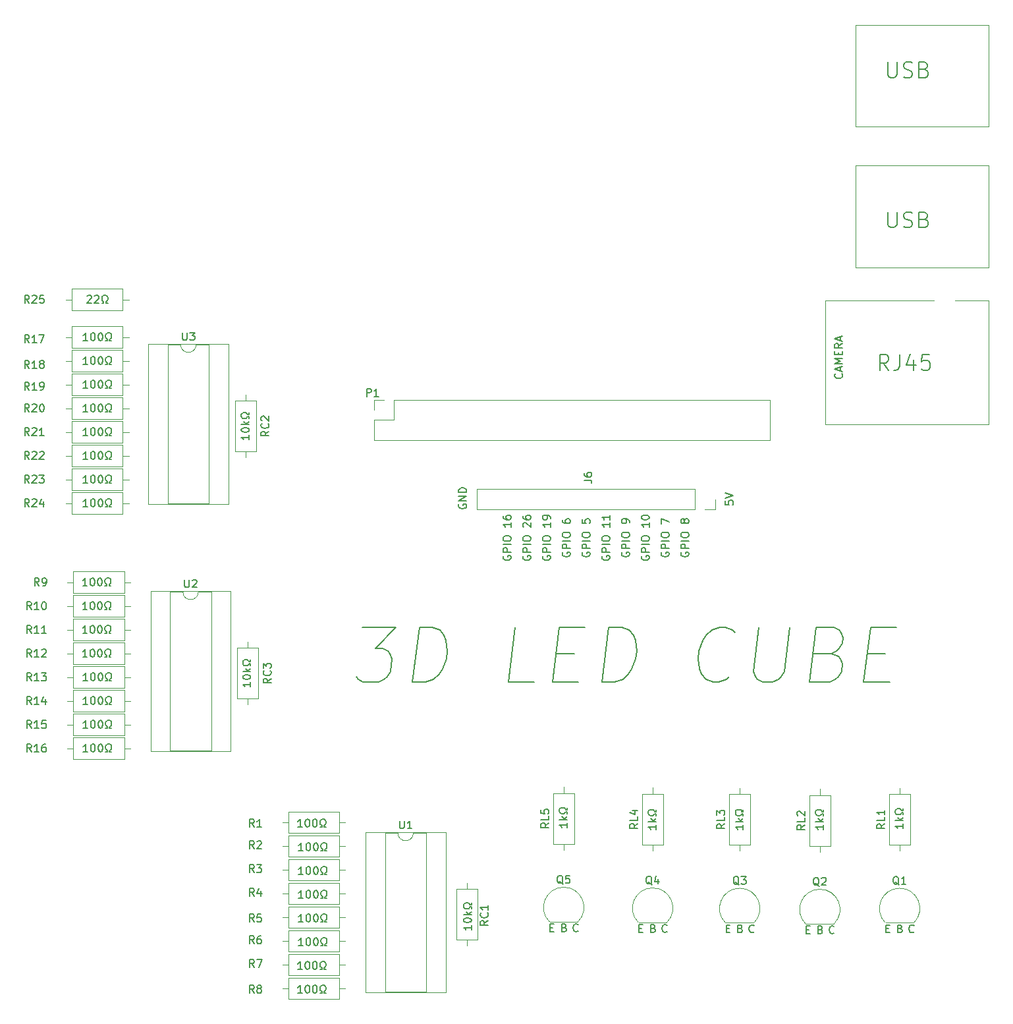
<source format=gto>
%TF.GenerationSoftware,KiCad,Pcbnew,(6.0.5)*%
%TF.CreationDate,2022-06-12T15:20:55+02:00*%
%TF.ProjectId,3d cube,33642063-7562-4652-9e6b-696361645f70,rev?*%
%TF.SameCoordinates,PX849f6a8PYc7b8a98*%
%TF.FileFunction,Legend,Top*%
%TF.FilePolarity,Positive*%
%FSLAX46Y46*%
G04 Gerber Fmt 4.6, Leading zero omitted, Abs format (unit mm)*
G04 Created by KiCad (PCBNEW (6.0.5)) date 2022-06-12 15:20:55*
%MOMM*%
%LPD*%
G01*
G04 APERTURE LIST*
%ADD10C,0.100000*%
%ADD11C,0.150000*%
%ADD12C,0.120000*%
G04 APERTURE END LIST*
D10*
X114509000Y99543000D02*
X128524000Y99543000D01*
X135509000Y116918000D02*
X135509000Y103818000D01*
X118409000Y121912075D02*
X118409000Y135012075D01*
X118409000Y135012075D02*
X135509000Y135012075D01*
X135509000Y99543000D02*
X135509000Y83693000D01*
X114509000Y83693000D02*
X114509000Y99543000D01*
X135509000Y103818000D02*
X118409000Y103818000D01*
X135509000Y135012075D02*
X135509000Y121912075D01*
X131191000Y99543000D02*
X135531500Y99543000D01*
X135509000Y121912075D02*
X118409000Y121912075D01*
X135509000Y83693000D02*
X114509000Y83693000D01*
X118409000Y103818000D02*
X118409000Y116918000D01*
X118409000Y116918000D02*
X135509000Y116918000D01*
D11*
X103597373Y18867429D02*
X103740230Y18819810D01*
X103787849Y18772191D01*
X103835468Y18676953D01*
X103835468Y18534096D01*
X103787849Y18438858D01*
X103740230Y18391239D01*
X103644992Y18343620D01*
X103264040Y18343620D01*
X103264040Y19343620D01*
X103597373Y19343620D01*
X103692611Y19296000D01*
X103740230Y19248381D01*
X103787849Y19153143D01*
X103787849Y19057905D01*
X103740230Y18962667D01*
X103692611Y18915048D01*
X103597373Y18867429D01*
X103264040Y18867429D01*
X93480000Y67230858D02*
X93432380Y67135620D01*
X93432380Y66992762D01*
X93480000Y66849905D01*
X93575238Y66754667D01*
X93670476Y66707048D01*
X93860952Y66659429D01*
X94003809Y66659429D01*
X94194285Y66707048D01*
X94289523Y66754667D01*
X94384761Y66849905D01*
X94432380Y66992762D01*
X94432380Y67088000D01*
X94384761Y67230858D01*
X94337142Y67278477D01*
X94003809Y67278477D01*
X94003809Y67088000D01*
X94432380Y67707048D02*
X93432380Y67707048D01*
X93432380Y68088000D01*
X93480000Y68183239D01*
X93527619Y68230858D01*
X93622857Y68278477D01*
X93765714Y68278477D01*
X93860952Y68230858D01*
X93908571Y68183239D01*
X93956190Y68088000D01*
X93956190Y67707048D01*
X94432380Y68707048D02*
X93432380Y68707048D01*
X93432380Y69373715D02*
X93432380Y69564191D01*
X93480000Y69659429D01*
X93575238Y69754667D01*
X93765714Y69802286D01*
X94099047Y69802286D01*
X94289523Y69754667D01*
X94384761Y69659429D01*
X94432380Y69564191D01*
X94432380Y69373715D01*
X94384761Y69278477D01*
X94289523Y69183239D01*
X94099047Y69135620D01*
X93765714Y69135620D01*
X93575238Y69183239D01*
X93480000Y69278477D01*
X93432380Y69373715D01*
X93432380Y70897524D02*
X93432380Y71564191D01*
X94432380Y71135620D01*
X54993291Y57554334D02*
X59326625Y57554334D01*
X56659958Y54887667D01*
X57659958Y54887667D01*
X58284958Y54554334D01*
X58576625Y54221000D01*
X58826625Y53554334D01*
X58618291Y51887667D01*
X58201625Y51221000D01*
X57826625Y50887667D01*
X57118291Y50554334D01*
X55118291Y50554334D01*
X54493291Y50887667D01*
X54201625Y51221000D01*
X61451625Y50554334D02*
X62326625Y57554334D01*
X63993291Y57554334D01*
X64951625Y57221000D01*
X65534958Y56554334D01*
X65784958Y55887667D01*
X65951625Y54554334D01*
X65826625Y53554334D01*
X65326625Y52221000D01*
X64909958Y51554334D01*
X64159958Y50887667D01*
X63118291Y50554334D01*
X61451625Y50554334D01*
X77118291Y50554334D02*
X73784958Y50554334D01*
X74659958Y57554334D01*
X79909958Y54221000D02*
X82243291Y54221000D01*
X82784958Y50554334D02*
X79451625Y50554334D01*
X80326625Y57554334D01*
X83659958Y57554334D01*
X85784958Y50554334D02*
X86659958Y57554334D01*
X88326625Y57554334D01*
X89284958Y57221000D01*
X89868291Y56554334D01*
X90118291Y55887667D01*
X90284958Y54554334D01*
X90159958Y53554334D01*
X89659958Y52221000D01*
X89243291Y51554334D01*
X88493291Y50887667D01*
X87451625Y50554334D01*
X85784958Y50554334D01*
X102201625Y51221000D02*
X101826625Y50887667D01*
X100784958Y50554334D01*
X100118291Y50554334D01*
X99159958Y50887667D01*
X98576625Y51554334D01*
X98326625Y52221000D01*
X98159958Y53554334D01*
X98284958Y54554334D01*
X98784958Y55887667D01*
X99201625Y56554334D01*
X99951625Y57221000D01*
X100993291Y57554334D01*
X101659958Y57554334D01*
X102618291Y57221000D01*
X102909958Y56887667D01*
X105993291Y57554334D02*
X105284958Y51887667D01*
X105534958Y51221000D01*
X105826625Y50887667D01*
X106451625Y50554334D01*
X107784958Y50554334D01*
X108493291Y50887667D01*
X108868291Y51221000D01*
X109284958Y51887667D01*
X109993291Y57554334D01*
X115243291Y54221000D02*
X116201625Y53887667D01*
X116493291Y53554334D01*
X116743291Y52887667D01*
X116618291Y51887667D01*
X116201625Y51221000D01*
X115826625Y50887667D01*
X115118291Y50554334D01*
X112451625Y50554334D01*
X113326625Y57554334D01*
X115659958Y57554334D01*
X116284958Y57221000D01*
X116576625Y56887667D01*
X116826625Y56221000D01*
X116743291Y55554334D01*
X116326625Y54887667D01*
X115951625Y54554334D01*
X115243291Y54221000D01*
X112909958Y54221000D01*
X119909958Y54221000D02*
X122243291Y54221000D01*
X122784958Y50554334D02*
X119451625Y50554334D01*
X120326625Y57554334D01*
X123659958Y57554334D01*
X81351380Y32456524D02*
X81351380Y31885096D01*
X81351380Y32170810D02*
X80351380Y32170810D01*
X80494238Y32075572D01*
X80589476Y31980334D01*
X80637095Y31885096D01*
X81351380Y32885096D02*
X80351380Y32885096D01*
X80970428Y32980334D02*
X81351380Y33266048D01*
X80684714Y33266048D02*
X81065666Y32885096D01*
X81351380Y33647000D02*
X81351380Y33885096D01*
X81160904Y33885096D01*
X81113285Y33789858D01*
X81018047Y33694620D01*
X80875190Y33647000D01*
X80637095Y33647000D01*
X80494238Y33694620D01*
X80399000Y33789858D01*
X80351380Y33932715D01*
X80351380Y34123191D01*
X80399000Y34266048D01*
X80494238Y34361286D01*
X80637095Y34408905D01*
X80875190Y34408905D01*
X81018047Y34361286D01*
X81113285Y34266048D01*
X81160904Y34170810D01*
X81351380Y34170810D01*
X81351380Y34408905D01*
X47402904Y28884620D02*
X46831476Y28884620D01*
X47117190Y28884620D02*
X47117190Y29884620D01*
X47021952Y29741762D01*
X46926714Y29646524D01*
X46831476Y29598905D01*
X48021952Y29884620D02*
X48117190Y29884620D01*
X48212428Y29837000D01*
X48260047Y29789381D01*
X48307666Y29694143D01*
X48355285Y29503667D01*
X48355285Y29265572D01*
X48307666Y29075096D01*
X48260047Y28979858D01*
X48212428Y28932239D01*
X48117190Y28884620D01*
X48021952Y28884620D01*
X47926714Y28932239D01*
X47879095Y28979858D01*
X47831476Y29075096D01*
X47783857Y29265572D01*
X47783857Y29503667D01*
X47831476Y29694143D01*
X47879095Y29789381D01*
X47926714Y29837000D01*
X48021952Y29884620D01*
X48974333Y29884620D02*
X49069571Y29884620D01*
X49164809Y29837000D01*
X49212428Y29789381D01*
X49260047Y29694143D01*
X49307666Y29503667D01*
X49307666Y29265572D01*
X49260047Y29075096D01*
X49212428Y28979858D01*
X49164809Y28932239D01*
X49069571Y28884620D01*
X48974333Y28884620D01*
X48879095Y28932239D01*
X48831476Y28979858D01*
X48783857Y29075096D01*
X48736238Y29265572D01*
X48736238Y29503667D01*
X48783857Y29694143D01*
X48831476Y29789381D01*
X48879095Y29837000D01*
X48974333Y29884620D01*
X49688619Y28884620D02*
X49926714Y28884620D01*
X49926714Y29075096D01*
X49831476Y29122715D01*
X49736238Y29217953D01*
X49688619Y29360810D01*
X49688619Y29598905D01*
X49736238Y29741762D01*
X49831476Y29837000D01*
X49974333Y29884620D01*
X50164809Y29884620D01*
X50307666Y29837000D01*
X50402904Y29741762D01*
X50450523Y29598905D01*
X50450523Y29360810D01*
X50402904Y29217953D01*
X50307666Y29122715D01*
X50212428Y29075096D01*
X50212428Y28884620D01*
X50450523Y28884620D01*
X105359468Y18438858D02*
X105311849Y18391239D01*
X105168992Y18343620D01*
X105073754Y18343620D01*
X104930897Y18391239D01*
X104835659Y18486477D01*
X104788040Y18581715D01*
X104740421Y18772191D01*
X104740421Y18915048D01*
X104788040Y19105524D01*
X104835659Y19200762D01*
X104930897Y19296000D01*
X105073754Y19343620D01*
X105168992Y19343620D01*
X105311849Y19296000D01*
X105359468Y19248381D01*
X40457380Y82272334D02*
X40457380Y81700905D01*
X40457380Y81986620D02*
X39457380Y81986620D01*
X39600238Y81891381D01*
X39695476Y81796143D01*
X39743095Y81700905D01*
X39457380Y82891381D02*
X39457380Y82986620D01*
X39505000Y83081858D01*
X39552619Y83129477D01*
X39647857Y83177096D01*
X39838333Y83224715D01*
X40076428Y83224715D01*
X40266904Y83177096D01*
X40362142Y83129477D01*
X40409761Y83081858D01*
X40457380Y82986620D01*
X40457380Y82891381D01*
X40409761Y82796143D01*
X40362142Y82748524D01*
X40266904Y82700905D01*
X40076428Y82653286D01*
X39838333Y82653286D01*
X39647857Y82700905D01*
X39552619Y82748524D01*
X39505000Y82796143D01*
X39457380Y82891381D01*
X40457380Y83653286D02*
X39457380Y83653286D01*
X40076428Y83748524D02*
X40457380Y84034239D01*
X39790714Y84034239D02*
X40171666Y83653286D01*
X40457380Y84415191D02*
X40457380Y84653286D01*
X40266904Y84653286D01*
X40219285Y84558048D01*
X40124047Y84462810D01*
X39981190Y84415191D01*
X39743095Y84415191D01*
X39600238Y84462810D01*
X39505000Y84558048D01*
X39457380Y84700905D01*
X39457380Y84891381D01*
X39505000Y85034239D01*
X39600238Y85129477D01*
X39743095Y85177096D01*
X39981190Y85177096D01*
X40124047Y85129477D01*
X40219285Y85034239D01*
X40266904Y84939000D01*
X40457380Y84939000D01*
X40457380Y85177096D01*
X80780000Y67230858D02*
X80732380Y67135620D01*
X80732380Y66992762D01*
X80780000Y66849905D01*
X80875238Y66754667D01*
X80970476Y66707048D01*
X81160952Y66659429D01*
X81303809Y66659429D01*
X81494285Y66707048D01*
X81589523Y66754667D01*
X81684761Y66849905D01*
X81732380Y66992762D01*
X81732380Y67088000D01*
X81684761Y67230858D01*
X81637142Y67278477D01*
X81303809Y67278477D01*
X81303809Y67088000D01*
X81732380Y67707048D02*
X80732380Y67707048D01*
X80732380Y68088000D01*
X80780000Y68183239D01*
X80827619Y68230858D01*
X80922857Y68278477D01*
X81065714Y68278477D01*
X81160952Y68230858D01*
X81208571Y68183239D01*
X81256190Y68088000D01*
X81256190Y67707048D01*
X81732380Y68707048D02*
X80732380Y68707048D01*
X80732380Y69373715D02*
X80732380Y69564191D01*
X80780000Y69659429D01*
X80875238Y69754667D01*
X81065714Y69802286D01*
X81399047Y69802286D01*
X81589523Y69754667D01*
X81684761Y69659429D01*
X81732380Y69564191D01*
X81732380Y69373715D01*
X81684761Y69278477D01*
X81589523Y69183239D01*
X81399047Y69135620D01*
X81065714Y69135620D01*
X80875238Y69183239D01*
X80780000Y69278477D01*
X80732380Y69373715D01*
X80732380Y71421334D02*
X80732380Y71230858D01*
X80780000Y71135620D01*
X80827619Y71088000D01*
X80970476Y70992762D01*
X81160952Y70945143D01*
X81541904Y70945143D01*
X81637142Y70992762D01*
X81684761Y71040381D01*
X81732380Y71135620D01*
X81732380Y71326096D01*
X81684761Y71421334D01*
X81637142Y71468953D01*
X81541904Y71516572D01*
X81303809Y71516572D01*
X81208571Y71468953D01*
X81160952Y71421334D01*
X81113333Y71326096D01*
X81113333Y71135620D01*
X81160952Y71040381D01*
X81208571Y70992762D01*
X81303809Y70945143D01*
X113890428Y18740429D02*
X114033285Y18692810D01*
X114080904Y18645191D01*
X114128523Y18549953D01*
X114128523Y18407096D01*
X114080904Y18311858D01*
X114033285Y18264239D01*
X113938047Y18216620D01*
X113557095Y18216620D01*
X113557095Y19216620D01*
X113890428Y19216620D01*
X113985666Y19169000D01*
X114033285Y19121381D01*
X114080904Y19026143D01*
X114080904Y18930905D01*
X114033285Y18835667D01*
X113985666Y18788048D01*
X113890428Y18740429D01*
X113557095Y18740429D01*
X19716904Y91368620D02*
X19145476Y91368620D01*
X19431190Y91368620D02*
X19431190Y92368620D01*
X19335952Y92225762D01*
X19240714Y92130524D01*
X19145476Y92082905D01*
X20335952Y92368620D02*
X20431190Y92368620D01*
X20526428Y92321000D01*
X20574047Y92273381D01*
X20621666Y92178143D01*
X20669285Y91987667D01*
X20669285Y91749572D01*
X20621666Y91559096D01*
X20574047Y91463858D01*
X20526428Y91416239D01*
X20431190Y91368620D01*
X20335952Y91368620D01*
X20240714Y91416239D01*
X20193095Y91463858D01*
X20145476Y91559096D01*
X20097857Y91749572D01*
X20097857Y91987667D01*
X20145476Y92178143D01*
X20193095Y92273381D01*
X20240714Y92321000D01*
X20335952Y92368620D01*
X21288333Y92368620D02*
X21383571Y92368620D01*
X21478809Y92321000D01*
X21526428Y92273381D01*
X21574047Y92178143D01*
X21621666Y91987667D01*
X21621666Y91749572D01*
X21574047Y91559096D01*
X21526428Y91463858D01*
X21478809Y91416239D01*
X21383571Y91368620D01*
X21288333Y91368620D01*
X21193095Y91416239D01*
X21145476Y91463858D01*
X21097857Y91559096D01*
X21050238Y91749572D01*
X21050238Y91987667D01*
X21097857Y92178143D01*
X21145476Y92273381D01*
X21193095Y92321000D01*
X21288333Y92368620D01*
X22002619Y91368620D02*
X22240714Y91368620D01*
X22240714Y91559096D01*
X22145476Y91606715D01*
X22050238Y91701953D01*
X22002619Y91844810D01*
X22002619Y92082905D01*
X22050238Y92225762D01*
X22145476Y92321000D01*
X22288333Y92368620D01*
X22478809Y92368620D01*
X22621666Y92321000D01*
X22716904Y92225762D01*
X22764523Y92082905D01*
X22764523Y91844810D01*
X22716904Y91701953D01*
X22621666Y91606715D01*
X22526428Y91559096D01*
X22526428Y91368620D01*
X22764523Y91368620D01*
X116638142Y90169572D02*
X116685761Y90121953D01*
X116733380Y89979096D01*
X116733380Y89883858D01*
X116685761Y89741000D01*
X116590523Y89645762D01*
X116495285Y89598143D01*
X116304809Y89550524D01*
X116161952Y89550524D01*
X115971476Y89598143D01*
X115876238Y89645762D01*
X115781000Y89741000D01*
X115733380Y89883858D01*
X115733380Y89979096D01*
X115781000Y90121953D01*
X115828619Y90169572D01*
X116447666Y90550524D02*
X116447666Y91026715D01*
X116733380Y90455286D02*
X115733380Y90788620D01*
X116733380Y91121953D01*
X116733380Y91455286D02*
X115733380Y91455286D01*
X116447666Y91788620D01*
X115733380Y92121953D01*
X116733380Y92121953D01*
X116209571Y92598143D02*
X116209571Y92931477D01*
X116733380Y93074334D02*
X116733380Y92598143D01*
X115733380Y92598143D01*
X115733380Y93074334D01*
X116733380Y94074334D02*
X116257190Y93741000D01*
X116733380Y93502905D02*
X115733380Y93502905D01*
X115733380Y93883858D01*
X115781000Y93979096D01*
X115828619Y94026715D01*
X115923857Y94074334D01*
X116066714Y94074334D01*
X116161952Y94026715D01*
X116209571Y93979096D01*
X116257190Y93883858D01*
X116257190Y93502905D01*
X116447666Y94455286D02*
X116447666Y94931477D01*
X116733380Y94360048D02*
X115733380Y94693381D01*
X116733380Y95026715D01*
X19716904Y88320620D02*
X19145476Y88320620D01*
X19431190Y88320620D02*
X19431190Y89320620D01*
X19335952Y89177762D01*
X19240714Y89082524D01*
X19145476Y89034905D01*
X20335952Y89320620D02*
X20431190Y89320620D01*
X20526428Y89273000D01*
X20574047Y89225381D01*
X20621666Y89130143D01*
X20669285Y88939667D01*
X20669285Y88701572D01*
X20621666Y88511096D01*
X20574047Y88415858D01*
X20526428Y88368239D01*
X20431190Y88320620D01*
X20335952Y88320620D01*
X20240714Y88368239D01*
X20193095Y88415858D01*
X20145476Y88511096D01*
X20097857Y88701572D01*
X20097857Y88939667D01*
X20145476Y89130143D01*
X20193095Y89225381D01*
X20240714Y89273000D01*
X20335952Y89320620D01*
X21288333Y89320620D02*
X21383571Y89320620D01*
X21478809Y89273000D01*
X21526428Y89225381D01*
X21574047Y89130143D01*
X21621666Y88939667D01*
X21621666Y88701572D01*
X21574047Y88511096D01*
X21526428Y88415858D01*
X21478809Y88368239D01*
X21383571Y88320620D01*
X21288333Y88320620D01*
X21193095Y88368239D01*
X21145476Y88415858D01*
X21097857Y88511096D01*
X21050238Y88701572D01*
X21050238Y88939667D01*
X21097857Y89130143D01*
X21145476Y89225381D01*
X21193095Y89273000D01*
X21288333Y89320620D01*
X22002619Y88320620D02*
X22240714Y88320620D01*
X22240714Y88511096D01*
X22145476Y88558715D01*
X22050238Y88653953D01*
X22002619Y88796810D01*
X22002619Y89034905D01*
X22050238Y89177762D01*
X22145476Y89273000D01*
X22288333Y89320620D01*
X22478809Y89320620D01*
X22621666Y89273000D01*
X22716904Y89177762D01*
X22764523Y89034905D01*
X22764523Y88796810D01*
X22716904Y88653953D01*
X22621666Y88558715D01*
X22526428Y88511096D01*
X22526428Y88320620D01*
X22764523Y88320620D01*
X124150428Y18867429D02*
X124293285Y18819810D01*
X124340904Y18772191D01*
X124388523Y18676953D01*
X124388523Y18534096D01*
X124340904Y18438858D01*
X124293285Y18391239D01*
X124198047Y18343620D01*
X123817095Y18343620D01*
X123817095Y19343620D01*
X124150428Y19343620D01*
X124245666Y19296000D01*
X124293285Y19248381D01*
X124340904Y19153143D01*
X124340904Y19057905D01*
X124293285Y18962667D01*
X124245666Y18915048D01*
X124150428Y18867429D01*
X123817095Y18867429D01*
X69032380Y19283334D02*
X69032380Y18711905D01*
X69032380Y18997620D02*
X68032380Y18997620D01*
X68175238Y18902381D01*
X68270476Y18807143D01*
X68318095Y18711905D01*
X68032380Y19902381D02*
X68032380Y19997620D01*
X68080000Y20092858D01*
X68127619Y20140477D01*
X68222857Y20188096D01*
X68413333Y20235715D01*
X68651428Y20235715D01*
X68841904Y20188096D01*
X68937142Y20140477D01*
X68984761Y20092858D01*
X69032380Y19997620D01*
X69032380Y19902381D01*
X68984761Y19807143D01*
X68937142Y19759524D01*
X68841904Y19711905D01*
X68651428Y19664286D01*
X68413333Y19664286D01*
X68222857Y19711905D01*
X68127619Y19759524D01*
X68080000Y19807143D01*
X68032380Y19902381D01*
X69032380Y20664286D02*
X68032380Y20664286D01*
X68651428Y20759524D02*
X69032380Y21045239D01*
X68365714Y21045239D02*
X68746666Y20664286D01*
X69032380Y21426191D02*
X69032380Y21664286D01*
X68841904Y21664286D01*
X68794285Y21569048D01*
X68699047Y21473810D01*
X68556190Y21426191D01*
X68318095Y21426191D01*
X68175238Y21473810D01*
X68080000Y21569048D01*
X68032380Y21711905D01*
X68032380Y21902381D01*
X68080000Y22045239D01*
X68175238Y22140477D01*
X68318095Y22188096D01*
X68556190Y22188096D01*
X68699047Y22140477D01*
X68794285Y22045239D01*
X68841904Y21950000D01*
X69032380Y21950000D01*
X69032380Y22188096D01*
X19647024Y62922120D02*
X19075596Y62922120D01*
X19361310Y62922120D02*
X19361310Y63922120D01*
X19266072Y63779262D01*
X19170834Y63684024D01*
X19075596Y63636405D01*
X20266072Y63922120D02*
X20361310Y63922120D01*
X20456548Y63874500D01*
X20504167Y63826881D01*
X20551786Y63731643D01*
X20599405Y63541167D01*
X20599405Y63303072D01*
X20551786Y63112596D01*
X20504167Y63017358D01*
X20456548Y62969739D01*
X20361310Y62922120D01*
X20266072Y62922120D01*
X20170834Y62969739D01*
X20123215Y63017358D01*
X20075596Y63112596D01*
X20027977Y63303072D01*
X20027977Y63541167D01*
X20075596Y63731643D01*
X20123215Y63826881D01*
X20170834Y63874500D01*
X20266072Y63922120D01*
X21218453Y63922120D02*
X21313691Y63922120D01*
X21408929Y63874500D01*
X21456548Y63826881D01*
X21504167Y63731643D01*
X21551786Y63541167D01*
X21551786Y63303072D01*
X21504167Y63112596D01*
X21456548Y63017358D01*
X21408929Y62969739D01*
X21313691Y62922120D01*
X21218453Y62922120D01*
X21123215Y62969739D01*
X21075596Y63017358D01*
X21027977Y63112596D01*
X20980358Y63303072D01*
X20980358Y63541167D01*
X21027977Y63731643D01*
X21075596Y63826881D01*
X21123215Y63874500D01*
X21218453Y63922120D01*
X21932739Y62922120D02*
X22170834Y62922120D01*
X22170834Y63112596D01*
X22075596Y63160215D01*
X21980358Y63255453D01*
X21932739Y63398310D01*
X21932739Y63636405D01*
X21980358Y63779262D01*
X22075596Y63874500D01*
X22218453Y63922120D01*
X22408929Y63922120D01*
X22551786Y63874500D01*
X22647024Y63779262D01*
X22694643Y63636405D01*
X22694643Y63398310D01*
X22647024Y63255453D01*
X22551786Y63160215D01*
X22456548Y63112596D01*
X22456548Y62922120D01*
X22694643Y62922120D01*
X88400000Y67230858D02*
X88352380Y67135620D01*
X88352380Y66992762D01*
X88400000Y66849905D01*
X88495238Y66754667D01*
X88590476Y66707048D01*
X88780952Y66659429D01*
X88923809Y66659429D01*
X89114285Y66707048D01*
X89209523Y66754667D01*
X89304761Y66849905D01*
X89352380Y66992762D01*
X89352380Y67088000D01*
X89304761Y67230858D01*
X89257142Y67278477D01*
X88923809Y67278477D01*
X88923809Y67088000D01*
X89352380Y67707048D02*
X88352380Y67707048D01*
X88352380Y68088000D01*
X88400000Y68183239D01*
X88447619Y68230858D01*
X88542857Y68278477D01*
X88685714Y68278477D01*
X88780952Y68230858D01*
X88828571Y68183239D01*
X88876190Y68088000D01*
X88876190Y67707048D01*
X89352380Y68707048D02*
X88352380Y68707048D01*
X88352380Y69373715D02*
X88352380Y69564191D01*
X88400000Y69659429D01*
X88495238Y69754667D01*
X88685714Y69802286D01*
X89019047Y69802286D01*
X89209523Y69754667D01*
X89304761Y69659429D01*
X89352380Y69564191D01*
X89352380Y69373715D01*
X89304761Y69278477D01*
X89209523Y69183239D01*
X89019047Y69135620D01*
X88685714Y69135620D01*
X88495238Y69183239D01*
X88400000Y69278477D01*
X88352380Y69373715D01*
X89352380Y71040381D02*
X89352380Y71230858D01*
X89304761Y71326096D01*
X89257142Y71373715D01*
X89114285Y71468953D01*
X88923809Y71516572D01*
X88542857Y71516572D01*
X88447619Y71468953D01*
X88400000Y71421334D01*
X88352380Y71326096D01*
X88352380Y71135620D01*
X88400000Y71040381D01*
X88447619Y70992762D01*
X88542857Y70945143D01*
X88780952Y70945143D01*
X88876190Y70992762D01*
X88923809Y71040381D01*
X88971428Y71135620D01*
X88971428Y71326096D01*
X88923809Y71421334D01*
X88876190Y71468953D01*
X88780952Y71516572D01*
X90590714Y18908308D02*
X90924047Y18908308D01*
X91066904Y18384499D02*
X90590714Y18384499D01*
X90590714Y19384499D01*
X91066904Y19384499D01*
X19716904Y82224620D02*
X19145476Y82224620D01*
X19431190Y82224620D02*
X19431190Y83224620D01*
X19335952Y83081762D01*
X19240714Y82986524D01*
X19145476Y82938905D01*
X20335952Y83224620D02*
X20431190Y83224620D01*
X20526428Y83177000D01*
X20574047Y83129381D01*
X20621666Y83034143D01*
X20669285Y82843667D01*
X20669285Y82605572D01*
X20621666Y82415096D01*
X20574047Y82319858D01*
X20526428Y82272239D01*
X20431190Y82224620D01*
X20335952Y82224620D01*
X20240714Y82272239D01*
X20193095Y82319858D01*
X20145476Y82415096D01*
X20097857Y82605572D01*
X20097857Y82843667D01*
X20145476Y83034143D01*
X20193095Y83129381D01*
X20240714Y83177000D01*
X20335952Y83224620D01*
X21288333Y83224620D02*
X21383571Y83224620D01*
X21478809Y83177000D01*
X21526428Y83129381D01*
X21574047Y83034143D01*
X21621666Y82843667D01*
X21621666Y82605572D01*
X21574047Y82415096D01*
X21526428Y82319858D01*
X21478809Y82272239D01*
X21383571Y82224620D01*
X21288333Y82224620D01*
X21193095Y82272239D01*
X21145476Y82319858D01*
X21097857Y82415096D01*
X21050238Y82605572D01*
X21050238Y82843667D01*
X21097857Y83034143D01*
X21145476Y83129381D01*
X21193095Y83177000D01*
X21288333Y83224620D01*
X22002619Y82224620D02*
X22240714Y82224620D01*
X22240714Y82415096D01*
X22145476Y82462715D01*
X22050238Y82557953D01*
X22002619Y82700810D01*
X22002619Y82938905D01*
X22050238Y83081762D01*
X22145476Y83177000D01*
X22288333Y83224620D01*
X22478809Y83224620D01*
X22621666Y83177000D01*
X22716904Y83081762D01*
X22764523Y82938905D01*
X22764523Y82700810D01*
X22716904Y82557953D01*
X22621666Y82462715D01*
X22526428Y82415096D01*
X22526428Y82224620D01*
X22764523Y82224620D01*
X122340714Y18867429D02*
X122674047Y18867429D01*
X122816904Y18343620D02*
X122340714Y18343620D01*
X122340714Y19343620D01*
X122816904Y19343620D01*
X92781380Y32202524D02*
X92781380Y31631096D01*
X92781380Y31916810D02*
X91781380Y31916810D01*
X91924238Y31821572D01*
X92019476Y31726334D01*
X92067095Y31631096D01*
X92781380Y32631096D02*
X91781380Y32631096D01*
X92400428Y32726334D02*
X92781380Y33012048D01*
X92114714Y33012048D02*
X92495666Y32631096D01*
X92781380Y33393000D02*
X92781380Y33631096D01*
X92590904Y33631096D01*
X92543285Y33535858D01*
X92448047Y33440620D01*
X92305190Y33393000D01*
X92067095Y33393000D01*
X91924238Y33440620D01*
X91829000Y33535858D01*
X91781380Y33678715D01*
X91781380Y33869191D01*
X91829000Y34012048D01*
X91924238Y34107286D01*
X92067095Y34154905D01*
X92305190Y34154905D01*
X92448047Y34107286D01*
X92543285Y34012048D01*
X92590904Y33916810D01*
X92781380Y33916810D01*
X92781380Y34154905D01*
X19716904Y94416620D02*
X19145476Y94416620D01*
X19431190Y94416620D02*
X19431190Y95416620D01*
X19335952Y95273762D01*
X19240714Y95178524D01*
X19145476Y95130905D01*
X20335952Y95416620D02*
X20431190Y95416620D01*
X20526428Y95369000D01*
X20574047Y95321381D01*
X20621666Y95226143D01*
X20669285Y95035667D01*
X20669285Y94797572D01*
X20621666Y94607096D01*
X20574047Y94511858D01*
X20526428Y94464239D01*
X20431190Y94416620D01*
X20335952Y94416620D01*
X20240714Y94464239D01*
X20193095Y94511858D01*
X20145476Y94607096D01*
X20097857Y94797572D01*
X20097857Y95035667D01*
X20145476Y95226143D01*
X20193095Y95321381D01*
X20240714Y95369000D01*
X20335952Y95416620D01*
X21288333Y95416620D02*
X21383571Y95416620D01*
X21478809Y95369000D01*
X21526428Y95321381D01*
X21574047Y95226143D01*
X21621666Y95035667D01*
X21621666Y94797572D01*
X21574047Y94607096D01*
X21526428Y94511858D01*
X21478809Y94464239D01*
X21383571Y94416620D01*
X21288333Y94416620D01*
X21193095Y94464239D01*
X21145476Y94511858D01*
X21097857Y94607096D01*
X21050238Y94797572D01*
X21050238Y95035667D01*
X21097857Y95226143D01*
X21145476Y95321381D01*
X21193095Y95369000D01*
X21288333Y95416620D01*
X22002619Y94416620D02*
X22240714Y94416620D01*
X22240714Y94607096D01*
X22145476Y94654715D01*
X22050238Y94749953D01*
X22002619Y94892810D01*
X22002619Y95130905D01*
X22050238Y95273762D01*
X22145476Y95369000D01*
X22288333Y95416620D01*
X22478809Y95416620D01*
X22621666Y95369000D01*
X22716904Y95273762D01*
X22764523Y95130905D01*
X22764523Y94892810D01*
X22716904Y94749953D01*
X22621666Y94654715D01*
X22526428Y94607096D01*
X22526428Y94416620D01*
X22764523Y94416620D01*
X103978325Y32202524D02*
X103978325Y31631096D01*
X103978325Y31916810D02*
X102978325Y31916810D01*
X103121183Y31821572D01*
X103216421Y31726334D01*
X103264040Y31631096D01*
X103978325Y32631096D02*
X102978325Y32631096D01*
X103597373Y32726334D02*
X103978325Y33012048D01*
X103311659Y33012048D02*
X103692611Y32631096D01*
X103978325Y33393000D02*
X103978325Y33631096D01*
X103787849Y33631096D01*
X103740230Y33535858D01*
X103644992Y33440620D01*
X103502135Y33393000D01*
X103264040Y33393000D01*
X103121183Y33440620D01*
X103025945Y33535858D01*
X102978325Y33678715D01*
X102978325Y33869191D01*
X103025945Y34012048D01*
X103121183Y34107286D01*
X103264040Y34154905D01*
X103502135Y34154905D01*
X103644992Y34107286D01*
X103740230Y34012048D01*
X103787849Y33916810D01*
X103978325Y33916810D01*
X103978325Y34154905D01*
X47402904Y25836620D02*
X46831476Y25836620D01*
X47117190Y25836620D02*
X47117190Y26836620D01*
X47021952Y26693762D01*
X46926714Y26598524D01*
X46831476Y26550905D01*
X48021952Y26836620D02*
X48117190Y26836620D01*
X48212428Y26789000D01*
X48260047Y26741381D01*
X48307666Y26646143D01*
X48355285Y26455667D01*
X48355285Y26217572D01*
X48307666Y26027096D01*
X48260047Y25931858D01*
X48212428Y25884239D01*
X48117190Y25836620D01*
X48021952Y25836620D01*
X47926714Y25884239D01*
X47879095Y25931858D01*
X47831476Y26027096D01*
X47783857Y26217572D01*
X47783857Y26455667D01*
X47831476Y26646143D01*
X47879095Y26741381D01*
X47926714Y26789000D01*
X48021952Y26836620D01*
X48974333Y26836620D02*
X49069571Y26836620D01*
X49164809Y26789000D01*
X49212428Y26741381D01*
X49260047Y26646143D01*
X49307666Y26455667D01*
X49307666Y26217572D01*
X49260047Y26027096D01*
X49212428Y25931858D01*
X49164809Y25884239D01*
X49069571Y25836620D01*
X48974333Y25836620D01*
X48879095Y25884239D01*
X48831476Y25931858D01*
X48783857Y26027096D01*
X48736238Y26217572D01*
X48736238Y26455667D01*
X48783857Y26646143D01*
X48831476Y26741381D01*
X48879095Y26789000D01*
X48974333Y26836620D01*
X49688619Y25836620D02*
X49926714Y25836620D01*
X49926714Y26027096D01*
X49831476Y26074715D01*
X49736238Y26169953D01*
X49688619Y26312810D01*
X49688619Y26550905D01*
X49736238Y26693762D01*
X49831476Y26789000D01*
X49974333Y26836620D01*
X50164809Y26836620D01*
X50307666Y26789000D01*
X50402904Y26693762D01*
X50450523Y26550905D01*
X50450523Y26312810D01*
X50402904Y26169953D01*
X50307666Y26074715D01*
X50212428Y26027096D01*
X50212428Y25836620D01*
X50450523Y25836620D01*
X114271380Y32202524D02*
X114271380Y31631096D01*
X114271380Y31916810D02*
X113271380Y31916810D01*
X113414238Y31821572D01*
X113509476Y31726334D01*
X113557095Y31631096D01*
X114271380Y32631096D02*
X113271380Y32631096D01*
X113890428Y32726334D02*
X114271380Y33012048D01*
X113604714Y33012048D02*
X113985666Y32631096D01*
X114271380Y33393000D02*
X114271380Y33631096D01*
X114080904Y33631096D01*
X114033285Y33535858D01*
X113938047Y33440620D01*
X113795190Y33393000D01*
X113557095Y33393000D01*
X113414238Y33440620D01*
X113319000Y33535858D01*
X113271380Y33678715D01*
X113271380Y33869191D01*
X113319000Y34012048D01*
X113414238Y34107286D01*
X113557095Y34154905D01*
X113795190Y34154905D01*
X113938047Y34107286D01*
X114033285Y34012048D01*
X114080904Y33916810D01*
X114271380Y33916810D01*
X114271380Y34154905D01*
X67445000Y73406096D02*
X67397380Y73310858D01*
X67397380Y73168000D01*
X67445000Y73025143D01*
X67540238Y72929905D01*
X67635476Y72882286D01*
X67825952Y72834667D01*
X67968809Y72834667D01*
X68159285Y72882286D01*
X68254523Y72929905D01*
X68349761Y73025143D01*
X68397380Y73168000D01*
X68397380Y73263239D01*
X68349761Y73406096D01*
X68302142Y73453715D01*
X67968809Y73453715D01*
X67968809Y73263239D01*
X68397380Y73882286D02*
X67397380Y73882286D01*
X68397380Y74453715D01*
X67397380Y74453715D01*
X68397380Y74929905D02*
X67397380Y74929905D01*
X67397380Y75168000D01*
X67445000Y75310858D01*
X67540238Y75406096D01*
X67635476Y75453715D01*
X67825952Y75501334D01*
X67968809Y75501334D01*
X68159285Y75453715D01*
X68254523Y75406096D01*
X68349761Y75310858D01*
X68397380Y75168000D01*
X68397380Y74929905D01*
X19647024Y53778120D02*
X19075596Y53778120D01*
X19361310Y53778120D02*
X19361310Y54778120D01*
X19266072Y54635262D01*
X19170834Y54540024D01*
X19075596Y54492405D01*
X20266072Y54778120D02*
X20361310Y54778120D01*
X20456548Y54730500D01*
X20504167Y54682881D01*
X20551786Y54587643D01*
X20599405Y54397167D01*
X20599405Y54159072D01*
X20551786Y53968596D01*
X20504167Y53873358D01*
X20456548Y53825739D01*
X20361310Y53778120D01*
X20266072Y53778120D01*
X20170834Y53825739D01*
X20123215Y53873358D01*
X20075596Y53968596D01*
X20027977Y54159072D01*
X20027977Y54397167D01*
X20075596Y54587643D01*
X20123215Y54682881D01*
X20170834Y54730500D01*
X20266072Y54778120D01*
X21218453Y54778120D02*
X21313691Y54778120D01*
X21408929Y54730500D01*
X21456548Y54682881D01*
X21504167Y54587643D01*
X21551786Y54397167D01*
X21551786Y54159072D01*
X21504167Y53968596D01*
X21456548Y53873358D01*
X21408929Y53825739D01*
X21313691Y53778120D01*
X21218453Y53778120D01*
X21123215Y53825739D01*
X21075596Y53873358D01*
X21027977Y53968596D01*
X20980358Y54159072D01*
X20980358Y54397167D01*
X21027977Y54587643D01*
X21075596Y54682881D01*
X21123215Y54730500D01*
X21218453Y54778120D01*
X21932739Y53778120D02*
X22170834Y53778120D01*
X22170834Y53968596D01*
X22075596Y54016215D01*
X21980358Y54111453D01*
X21932739Y54254310D01*
X21932739Y54492405D01*
X21980358Y54635262D01*
X22075596Y54730500D01*
X22218453Y54778120D01*
X22408929Y54778120D01*
X22551786Y54730500D01*
X22647024Y54635262D01*
X22694643Y54492405D01*
X22694643Y54254310D01*
X22647024Y54111453D01*
X22551786Y54016215D01*
X22456548Y53968596D01*
X22456548Y53778120D01*
X22694643Y53778120D01*
X47290904Y13644620D02*
X46719476Y13644620D01*
X47005190Y13644620D02*
X47005190Y14644620D01*
X46909952Y14501762D01*
X46814714Y14406524D01*
X46719476Y14358905D01*
X47909952Y14644620D02*
X48005190Y14644620D01*
X48100428Y14597000D01*
X48148047Y14549381D01*
X48195666Y14454143D01*
X48243285Y14263667D01*
X48243285Y14025572D01*
X48195666Y13835096D01*
X48148047Y13739858D01*
X48100428Y13692239D01*
X48005190Y13644620D01*
X47909952Y13644620D01*
X47814714Y13692239D01*
X47767095Y13739858D01*
X47719476Y13835096D01*
X47671857Y14025572D01*
X47671857Y14263667D01*
X47719476Y14454143D01*
X47767095Y14549381D01*
X47814714Y14597000D01*
X47909952Y14644620D01*
X48862333Y14644620D02*
X48957571Y14644620D01*
X49052809Y14597000D01*
X49100428Y14549381D01*
X49148047Y14454143D01*
X49195666Y14263667D01*
X49195666Y14025572D01*
X49148047Y13835096D01*
X49100428Y13739858D01*
X49052809Y13692239D01*
X48957571Y13644620D01*
X48862333Y13644620D01*
X48767095Y13692239D01*
X48719476Y13739858D01*
X48671857Y13835096D01*
X48624238Y14025572D01*
X48624238Y14263667D01*
X48671857Y14454143D01*
X48719476Y14549381D01*
X48767095Y14597000D01*
X48862333Y14644620D01*
X49576619Y13644620D02*
X49814714Y13644620D01*
X49814714Y13835096D01*
X49719476Y13882715D01*
X49624238Y13977953D01*
X49576619Y14120810D01*
X49576619Y14358905D01*
X49624238Y14501762D01*
X49719476Y14597000D01*
X49862333Y14644620D01*
X50052809Y14644620D01*
X50195666Y14597000D01*
X50290904Y14501762D01*
X50338523Y14358905D01*
X50338523Y14120810D01*
X50290904Y13977953D01*
X50195666Y13882715D01*
X50100428Y13835096D01*
X50100428Y13644620D01*
X50338523Y13644620D01*
X122571190Y130215239D02*
X122571190Y128596191D01*
X122666428Y128405715D01*
X122761666Y128310477D01*
X122952142Y128215239D01*
X123333095Y128215239D01*
X123523571Y128310477D01*
X123618809Y128405715D01*
X123714047Y128596191D01*
X123714047Y130215239D01*
X124571190Y128310477D02*
X124856904Y128215239D01*
X125333095Y128215239D01*
X125523571Y128310477D01*
X125618809Y128405715D01*
X125714047Y128596191D01*
X125714047Y128786667D01*
X125618809Y128977143D01*
X125523571Y129072381D01*
X125333095Y129167620D01*
X124952142Y129262858D01*
X124761666Y129358096D01*
X124666428Y129453334D01*
X124571190Y129643810D01*
X124571190Y129834286D01*
X124666428Y130024762D01*
X124761666Y130120000D01*
X124952142Y130215239D01*
X125428333Y130215239D01*
X125714047Y130120000D01*
X127237857Y129262858D02*
X127523571Y129167620D01*
X127618809Y129072381D01*
X127714047Y128881905D01*
X127714047Y128596191D01*
X127618809Y128405715D01*
X127523571Y128310477D01*
X127333095Y128215239D01*
X126571190Y128215239D01*
X126571190Y130215239D01*
X127237857Y130215239D01*
X127428333Y130120000D01*
X127523571Y130024762D01*
X127618809Y129834286D01*
X127618809Y129643810D01*
X127523571Y129453334D01*
X127428333Y129358096D01*
X127237857Y129262858D01*
X126571190Y129262858D01*
X19647024Y59872620D02*
X19075596Y59872620D01*
X19361310Y59872620D02*
X19361310Y60872620D01*
X19266072Y60729762D01*
X19170834Y60634524D01*
X19075596Y60586905D01*
X20266072Y60872620D02*
X20361310Y60872620D01*
X20456548Y60825000D01*
X20504167Y60777381D01*
X20551786Y60682143D01*
X20599405Y60491667D01*
X20599405Y60253572D01*
X20551786Y60063096D01*
X20504167Y59967858D01*
X20456548Y59920239D01*
X20361310Y59872620D01*
X20266072Y59872620D01*
X20170834Y59920239D01*
X20123215Y59967858D01*
X20075596Y60063096D01*
X20027977Y60253572D01*
X20027977Y60491667D01*
X20075596Y60682143D01*
X20123215Y60777381D01*
X20170834Y60825000D01*
X20266072Y60872620D01*
X21218453Y60872620D02*
X21313691Y60872620D01*
X21408929Y60825000D01*
X21456548Y60777381D01*
X21504167Y60682143D01*
X21551786Y60491667D01*
X21551786Y60253572D01*
X21504167Y60063096D01*
X21456548Y59967858D01*
X21408929Y59920239D01*
X21313691Y59872620D01*
X21218453Y59872620D01*
X21123215Y59920239D01*
X21075596Y59967858D01*
X21027977Y60063096D01*
X20980358Y60253572D01*
X20980358Y60491667D01*
X21027977Y60682143D01*
X21075596Y60777381D01*
X21123215Y60825000D01*
X21218453Y60872620D01*
X21932739Y59872620D02*
X22170834Y59872620D01*
X22170834Y60063096D01*
X22075596Y60110715D01*
X21980358Y60205953D01*
X21932739Y60348810D01*
X21932739Y60586905D01*
X21980358Y60729762D01*
X22075596Y60825000D01*
X22218453Y60872620D01*
X22408929Y60872620D01*
X22551786Y60825000D01*
X22647024Y60729762D01*
X22694643Y60586905D01*
X22694643Y60348810D01*
X22647024Y60205953D01*
X22551786Y60110715D01*
X22456548Y60063096D01*
X22456548Y59872620D01*
X22694643Y59872620D01*
X19716904Y79176620D02*
X19145476Y79176620D01*
X19431190Y79176620D02*
X19431190Y80176620D01*
X19335952Y80033762D01*
X19240714Y79938524D01*
X19145476Y79890905D01*
X20335952Y80176620D02*
X20431190Y80176620D01*
X20526428Y80129000D01*
X20574047Y80081381D01*
X20621666Y79986143D01*
X20669285Y79795667D01*
X20669285Y79557572D01*
X20621666Y79367096D01*
X20574047Y79271858D01*
X20526428Y79224239D01*
X20431190Y79176620D01*
X20335952Y79176620D01*
X20240714Y79224239D01*
X20193095Y79271858D01*
X20145476Y79367096D01*
X20097857Y79557572D01*
X20097857Y79795667D01*
X20145476Y79986143D01*
X20193095Y80081381D01*
X20240714Y80129000D01*
X20335952Y80176620D01*
X21288333Y80176620D02*
X21383571Y80176620D01*
X21478809Y80129000D01*
X21526428Y80081381D01*
X21574047Y79986143D01*
X21621666Y79795667D01*
X21621666Y79557572D01*
X21574047Y79367096D01*
X21526428Y79271858D01*
X21478809Y79224239D01*
X21383571Y79176620D01*
X21288333Y79176620D01*
X21193095Y79224239D01*
X21145476Y79271858D01*
X21097857Y79367096D01*
X21050238Y79557572D01*
X21050238Y79795667D01*
X21097857Y79986143D01*
X21145476Y80081381D01*
X21193095Y80129000D01*
X21288333Y80176620D01*
X22002619Y79176620D02*
X22240714Y79176620D01*
X22240714Y79367096D01*
X22145476Y79414715D01*
X22050238Y79509953D01*
X22002619Y79652810D01*
X22002619Y79890905D01*
X22050238Y80033762D01*
X22145476Y80129000D01*
X22288333Y80176620D01*
X22478809Y80176620D01*
X22621666Y80129000D01*
X22716904Y80033762D01*
X22764523Y79890905D01*
X22764523Y79652810D01*
X22716904Y79509953D01*
X22621666Y79414715D01*
X22526428Y79367096D01*
X22526428Y79176620D01*
X22764523Y79176620D01*
X124531380Y32329524D02*
X124531380Y31758096D01*
X124531380Y32043810D02*
X123531380Y32043810D01*
X123674238Y31948572D01*
X123769476Y31853334D01*
X123817095Y31758096D01*
X124531380Y32758096D02*
X123531380Y32758096D01*
X124150428Y32853334D02*
X124531380Y33139048D01*
X123864714Y33139048D02*
X124245666Y32758096D01*
X124531380Y33520000D02*
X124531380Y33758096D01*
X124340904Y33758096D01*
X124293285Y33662858D01*
X124198047Y33567620D01*
X124055190Y33520000D01*
X123817095Y33520000D01*
X123674238Y33567620D01*
X123579000Y33662858D01*
X123531380Y33805715D01*
X123531380Y33996191D01*
X123579000Y34139048D01*
X123674238Y34234286D01*
X123817095Y34281905D01*
X124055190Y34281905D01*
X124198047Y34234286D01*
X124293285Y34139048D01*
X124340904Y34043810D01*
X124531380Y34043810D01*
X124531380Y34281905D01*
X96020000Y67230858D02*
X95972380Y67135620D01*
X95972380Y66992762D01*
X96020000Y66849905D01*
X96115238Y66754667D01*
X96210476Y66707048D01*
X96400952Y66659429D01*
X96543809Y66659429D01*
X96734285Y66707048D01*
X96829523Y66754667D01*
X96924761Y66849905D01*
X96972380Y66992762D01*
X96972380Y67088000D01*
X96924761Y67230858D01*
X96877142Y67278477D01*
X96543809Y67278477D01*
X96543809Y67088000D01*
X96972380Y67707048D02*
X95972380Y67707048D01*
X95972380Y68088000D01*
X96020000Y68183239D01*
X96067619Y68230858D01*
X96162857Y68278477D01*
X96305714Y68278477D01*
X96400952Y68230858D01*
X96448571Y68183239D01*
X96496190Y68088000D01*
X96496190Y67707048D01*
X96972380Y68707048D02*
X95972380Y68707048D01*
X95972380Y69373715D02*
X95972380Y69564191D01*
X96020000Y69659429D01*
X96115238Y69754667D01*
X96305714Y69802286D01*
X96639047Y69802286D01*
X96829523Y69754667D01*
X96924761Y69659429D01*
X96972380Y69564191D01*
X96972380Y69373715D01*
X96924761Y69278477D01*
X96829523Y69183239D01*
X96639047Y69135620D01*
X96305714Y69135620D01*
X96115238Y69183239D01*
X96020000Y69278477D01*
X95972380Y69373715D01*
X96400952Y71135620D02*
X96353333Y71040381D01*
X96305714Y70992762D01*
X96210476Y70945143D01*
X96162857Y70945143D01*
X96067619Y70992762D01*
X96020000Y71040381D01*
X95972380Y71135620D01*
X95972380Y71326096D01*
X96020000Y71421334D01*
X96067619Y71468953D01*
X96162857Y71516572D01*
X96210476Y71516572D01*
X96305714Y71468953D01*
X96353333Y71421334D01*
X96400952Y71326096D01*
X96400952Y71135620D01*
X96448571Y71040381D01*
X96496190Y70992762D01*
X96591428Y70945143D01*
X96781904Y70945143D01*
X96877142Y70992762D01*
X96924761Y71040381D01*
X96972380Y71135620D01*
X96972380Y71326096D01*
X96924761Y71421334D01*
X96877142Y71468953D01*
X96781904Y71516572D01*
X96591428Y71516572D01*
X96496190Y71468953D01*
X96448571Y71421334D01*
X96400952Y71326096D01*
X79160714Y18994429D02*
X79494047Y18994429D01*
X79636904Y18470620D02*
X79160714Y18470620D01*
X79160714Y19470620D01*
X79636904Y19470620D01*
X90940000Y66754667D02*
X90892380Y66659429D01*
X90892380Y66516572D01*
X90940000Y66373715D01*
X91035238Y66278477D01*
X91130476Y66230858D01*
X91320952Y66183239D01*
X91463809Y66183239D01*
X91654285Y66230858D01*
X91749523Y66278477D01*
X91844761Y66373715D01*
X91892380Y66516572D01*
X91892380Y66611810D01*
X91844761Y66754667D01*
X91797142Y66802286D01*
X91463809Y66802286D01*
X91463809Y66611810D01*
X91892380Y67230858D02*
X90892380Y67230858D01*
X90892380Y67611810D01*
X90940000Y67707048D01*
X90987619Y67754667D01*
X91082857Y67802286D01*
X91225714Y67802286D01*
X91320952Y67754667D01*
X91368571Y67707048D01*
X91416190Y67611810D01*
X91416190Y67230858D01*
X91892380Y68230858D02*
X90892380Y68230858D01*
X90892380Y68897524D02*
X90892380Y69088000D01*
X90940000Y69183239D01*
X91035238Y69278477D01*
X91225714Y69326096D01*
X91559047Y69326096D01*
X91749523Y69278477D01*
X91844761Y69183239D01*
X91892380Y69088000D01*
X91892380Y68897524D01*
X91844761Y68802286D01*
X91749523Y68707048D01*
X91559047Y68659429D01*
X91225714Y68659429D01*
X91035238Y68707048D01*
X90940000Y68802286D01*
X90892380Y68897524D01*
X91892380Y71040381D02*
X91892380Y70468953D01*
X91892380Y70754667D02*
X90892380Y70754667D01*
X91035238Y70659429D01*
X91130476Y70564191D01*
X91178095Y70468953D01*
X90892380Y71659429D02*
X90892380Y71754667D01*
X90940000Y71849905D01*
X90987619Y71897524D01*
X91082857Y71945143D01*
X91273333Y71992762D01*
X91511428Y71992762D01*
X91701904Y71945143D01*
X91797142Y71897524D01*
X91844761Y71849905D01*
X91892380Y71754667D01*
X91892380Y71659429D01*
X91844761Y71564191D01*
X91797142Y71516572D01*
X91701904Y71468953D01*
X91511428Y71421334D01*
X91273333Y71421334D01*
X91082857Y71468953D01*
X90987619Y71516572D01*
X90940000Y71564191D01*
X90892380Y71659429D01*
X19716904Y44632620D02*
X19145476Y44632620D01*
X19431190Y44632620D02*
X19431190Y45632620D01*
X19335952Y45489762D01*
X19240714Y45394524D01*
X19145476Y45346905D01*
X20335952Y45632620D02*
X20431190Y45632620D01*
X20526428Y45585000D01*
X20574047Y45537381D01*
X20621666Y45442143D01*
X20669285Y45251667D01*
X20669285Y45013572D01*
X20621666Y44823096D01*
X20574047Y44727858D01*
X20526428Y44680239D01*
X20431190Y44632620D01*
X20335952Y44632620D01*
X20240714Y44680239D01*
X20193095Y44727858D01*
X20145476Y44823096D01*
X20097857Y45013572D01*
X20097857Y45251667D01*
X20145476Y45442143D01*
X20193095Y45537381D01*
X20240714Y45585000D01*
X20335952Y45632620D01*
X21288333Y45632620D02*
X21383571Y45632620D01*
X21478809Y45585000D01*
X21526428Y45537381D01*
X21574047Y45442143D01*
X21621666Y45251667D01*
X21621666Y45013572D01*
X21574047Y44823096D01*
X21526428Y44727858D01*
X21478809Y44680239D01*
X21383571Y44632620D01*
X21288333Y44632620D01*
X21193095Y44680239D01*
X21145476Y44727858D01*
X21097857Y44823096D01*
X21050238Y45013572D01*
X21050238Y45251667D01*
X21097857Y45442143D01*
X21145476Y45537381D01*
X21193095Y45585000D01*
X21288333Y45632620D01*
X22002619Y44632620D02*
X22240714Y44632620D01*
X22240714Y44823096D01*
X22145476Y44870715D01*
X22050238Y44965953D01*
X22002619Y45108810D01*
X22002619Y45346905D01*
X22050238Y45489762D01*
X22145476Y45585000D01*
X22288333Y45632620D01*
X22478809Y45632620D01*
X22621666Y45585000D01*
X22716904Y45489762D01*
X22764523Y45346905D01*
X22764523Y45108810D01*
X22716904Y44965953D01*
X22621666Y44870715D01*
X22526428Y44823096D01*
X22526428Y44632620D01*
X22764523Y44632620D01*
X122571190Y110950239D02*
X122571190Y109331191D01*
X122666428Y109140715D01*
X122761666Y109045477D01*
X122952142Y108950239D01*
X123333095Y108950239D01*
X123523571Y109045477D01*
X123618809Y109140715D01*
X123714047Y109331191D01*
X123714047Y110950239D01*
X124571190Y109045477D02*
X124856904Y108950239D01*
X125333095Y108950239D01*
X125523571Y109045477D01*
X125618809Y109140715D01*
X125714047Y109331191D01*
X125714047Y109521667D01*
X125618809Y109712143D01*
X125523571Y109807381D01*
X125333095Y109902620D01*
X124952142Y109997858D01*
X124761666Y110093096D01*
X124666428Y110188334D01*
X124571190Y110378810D01*
X124571190Y110569286D01*
X124666428Y110759762D01*
X124761666Y110855000D01*
X124952142Y110950239D01*
X125428333Y110950239D01*
X125714047Y110855000D01*
X127237857Y109997858D02*
X127523571Y109902620D01*
X127618809Y109807381D01*
X127714047Y109616905D01*
X127714047Y109331191D01*
X127618809Y109140715D01*
X127523571Y109045477D01*
X127333095Y108950239D01*
X126571190Y108950239D01*
X126571190Y110950239D01*
X127237857Y110950239D01*
X127428333Y110855000D01*
X127523571Y110759762D01*
X127618809Y110569286D01*
X127618809Y110378810D01*
X127523571Y110188334D01*
X127428333Y110093096D01*
X127237857Y109997858D01*
X126571190Y109997858D01*
X19621666Y100147381D02*
X19669285Y100195000D01*
X19764523Y100242620D01*
X20002619Y100242620D01*
X20097857Y100195000D01*
X20145476Y100147381D01*
X20193095Y100052143D01*
X20193095Y99956905D01*
X20145476Y99814048D01*
X19574047Y99242620D01*
X20193095Y99242620D01*
X20574047Y100147381D02*
X20621666Y100195000D01*
X20716904Y100242620D01*
X20955000Y100242620D01*
X21050238Y100195000D01*
X21097857Y100147381D01*
X21145476Y100052143D01*
X21145476Y99956905D01*
X21097857Y99814048D01*
X20526428Y99242620D01*
X21145476Y99242620D01*
X21526428Y99242620D02*
X21764523Y99242620D01*
X21764523Y99433096D01*
X21669285Y99480715D01*
X21574047Y99575953D01*
X21526428Y99718810D01*
X21526428Y99956905D01*
X21574047Y100099762D01*
X21669285Y100195000D01*
X21812142Y100242620D01*
X22002619Y100242620D01*
X22145476Y100195000D01*
X22240714Y100099762D01*
X22288333Y99956905D01*
X22288333Y99718810D01*
X22240714Y99575953D01*
X22145476Y99480715D01*
X22050238Y99433096D01*
X22050238Y99242620D01*
X22288333Y99242620D01*
X94162523Y18479737D02*
X94114904Y18432118D01*
X93972047Y18384499D01*
X93876809Y18384499D01*
X93733952Y18432118D01*
X93638714Y18527356D01*
X93591095Y18622594D01*
X93543476Y18813070D01*
X93543476Y18955927D01*
X93591095Y19146403D01*
X93638714Y19241641D01*
X93733952Y19336879D01*
X93876809Y19384499D01*
X93972047Y19384499D01*
X94114904Y19336879D01*
X94162523Y19289260D01*
X92400428Y18908308D02*
X92543285Y18860689D01*
X92590904Y18813070D01*
X92638523Y18717832D01*
X92638523Y18574975D01*
X92590904Y18479737D01*
X92543285Y18432118D01*
X92448047Y18384499D01*
X92067095Y18384499D01*
X92067095Y19384499D01*
X92400428Y19384499D01*
X92495666Y19336879D01*
X92543285Y19289260D01*
X92590904Y19194022D01*
X92590904Y19098784D01*
X92543285Y19003546D01*
X92495666Y18955927D01*
X92400428Y18908308D01*
X92067095Y18908308D01*
X80970428Y18994429D02*
X81113285Y18946810D01*
X81160904Y18899191D01*
X81208523Y18803953D01*
X81208523Y18661096D01*
X81160904Y18565858D01*
X81113285Y18518239D01*
X81018047Y18470620D01*
X80637095Y18470620D01*
X80637095Y19470620D01*
X80970428Y19470620D01*
X81065666Y19423000D01*
X81113285Y19375381D01*
X81160904Y19280143D01*
X81160904Y19184905D01*
X81113285Y19089667D01*
X81065666Y19042048D01*
X80970428Y18994429D01*
X80637095Y18994429D01*
X47290904Y31932620D02*
X46719476Y31932620D01*
X47005190Y31932620D02*
X47005190Y32932620D01*
X46909952Y32789762D01*
X46814714Y32694524D01*
X46719476Y32646905D01*
X47909952Y32932620D02*
X48005190Y32932620D01*
X48100428Y32885000D01*
X48148047Y32837381D01*
X48195666Y32742143D01*
X48243285Y32551667D01*
X48243285Y32313572D01*
X48195666Y32123096D01*
X48148047Y32027858D01*
X48100428Y31980239D01*
X48005190Y31932620D01*
X47909952Y31932620D01*
X47814714Y31980239D01*
X47767095Y32027858D01*
X47719476Y32123096D01*
X47671857Y32313572D01*
X47671857Y32551667D01*
X47719476Y32742143D01*
X47767095Y32837381D01*
X47814714Y32885000D01*
X47909952Y32932620D01*
X48862333Y32932620D02*
X48957571Y32932620D01*
X49052809Y32885000D01*
X49100428Y32837381D01*
X49148047Y32742143D01*
X49195666Y32551667D01*
X49195666Y32313572D01*
X49148047Y32123096D01*
X49100428Y32027858D01*
X49052809Y31980239D01*
X48957571Y31932620D01*
X48862333Y31932620D01*
X48767095Y31980239D01*
X48719476Y32027858D01*
X48671857Y32123096D01*
X48624238Y32313572D01*
X48624238Y32551667D01*
X48671857Y32742143D01*
X48719476Y32837381D01*
X48767095Y32885000D01*
X48862333Y32932620D01*
X49576619Y31932620D02*
X49814714Y31932620D01*
X49814714Y32123096D01*
X49719476Y32170715D01*
X49624238Y32265953D01*
X49576619Y32408810D01*
X49576619Y32646905D01*
X49624238Y32789762D01*
X49719476Y32885000D01*
X49862333Y32932620D01*
X50052809Y32932620D01*
X50195666Y32885000D01*
X50290904Y32789762D01*
X50338523Y32646905D01*
X50338523Y32408810D01*
X50290904Y32265953D01*
X50195666Y32170715D01*
X50100428Y32123096D01*
X50100428Y31932620D01*
X50338523Y31932620D01*
X19716904Y47680620D02*
X19145476Y47680620D01*
X19431190Y47680620D02*
X19431190Y48680620D01*
X19335952Y48537762D01*
X19240714Y48442524D01*
X19145476Y48394905D01*
X20335952Y48680620D02*
X20431190Y48680620D01*
X20526428Y48633000D01*
X20574047Y48585381D01*
X20621666Y48490143D01*
X20669285Y48299667D01*
X20669285Y48061572D01*
X20621666Y47871096D01*
X20574047Y47775858D01*
X20526428Y47728239D01*
X20431190Y47680620D01*
X20335952Y47680620D01*
X20240714Y47728239D01*
X20193095Y47775858D01*
X20145476Y47871096D01*
X20097857Y48061572D01*
X20097857Y48299667D01*
X20145476Y48490143D01*
X20193095Y48585381D01*
X20240714Y48633000D01*
X20335952Y48680620D01*
X21288333Y48680620D02*
X21383571Y48680620D01*
X21478809Y48633000D01*
X21526428Y48585381D01*
X21574047Y48490143D01*
X21621666Y48299667D01*
X21621666Y48061572D01*
X21574047Y47871096D01*
X21526428Y47775858D01*
X21478809Y47728239D01*
X21383571Y47680620D01*
X21288333Y47680620D01*
X21193095Y47728239D01*
X21145476Y47775858D01*
X21097857Y47871096D01*
X21050238Y48061572D01*
X21050238Y48299667D01*
X21097857Y48490143D01*
X21145476Y48585381D01*
X21193095Y48633000D01*
X21288333Y48680620D01*
X22002619Y47680620D02*
X22240714Y47680620D01*
X22240714Y47871096D01*
X22145476Y47918715D01*
X22050238Y48013953D01*
X22002619Y48156810D01*
X22002619Y48394905D01*
X22050238Y48537762D01*
X22145476Y48633000D01*
X22288333Y48680620D01*
X22478809Y48680620D01*
X22621666Y48633000D01*
X22716904Y48537762D01*
X22764523Y48394905D01*
X22764523Y48156810D01*
X22716904Y48013953D01*
X22621666Y47918715D01*
X22526428Y47871096D01*
X22526428Y47680620D01*
X22764523Y47680620D01*
X19716904Y85272620D02*
X19145476Y85272620D01*
X19431190Y85272620D02*
X19431190Y86272620D01*
X19335952Y86129762D01*
X19240714Y86034524D01*
X19145476Y85986905D01*
X20335952Y86272620D02*
X20431190Y86272620D01*
X20526428Y86225000D01*
X20574047Y86177381D01*
X20621666Y86082143D01*
X20669285Y85891667D01*
X20669285Y85653572D01*
X20621666Y85463096D01*
X20574047Y85367858D01*
X20526428Y85320239D01*
X20431190Y85272620D01*
X20335952Y85272620D01*
X20240714Y85320239D01*
X20193095Y85367858D01*
X20145476Y85463096D01*
X20097857Y85653572D01*
X20097857Y85891667D01*
X20145476Y86082143D01*
X20193095Y86177381D01*
X20240714Y86225000D01*
X20335952Y86272620D01*
X21288333Y86272620D02*
X21383571Y86272620D01*
X21478809Y86225000D01*
X21526428Y86177381D01*
X21574047Y86082143D01*
X21621666Y85891667D01*
X21621666Y85653572D01*
X21574047Y85463096D01*
X21526428Y85367858D01*
X21478809Y85320239D01*
X21383571Y85272620D01*
X21288333Y85272620D01*
X21193095Y85320239D01*
X21145476Y85367858D01*
X21097857Y85463096D01*
X21050238Y85653572D01*
X21050238Y85891667D01*
X21097857Y86082143D01*
X21145476Y86177381D01*
X21193095Y86225000D01*
X21288333Y86272620D01*
X22002619Y85272620D02*
X22240714Y85272620D01*
X22240714Y85463096D01*
X22145476Y85510715D01*
X22050238Y85605953D01*
X22002619Y85748810D01*
X22002619Y85986905D01*
X22050238Y86129762D01*
X22145476Y86225000D01*
X22288333Y86272620D01*
X22478809Y86272620D01*
X22621666Y86225000D01*
X22716904Y86129762D01*
X22764523Y85986905D01*
X22764523Y85748810D01*
X22716904Y85605953D01*
X22621666Y85510715D01*
X22526428Y85463096D01*
X22526428Y85272620D01*
X22764523Y85272620D01*
X83320000Y67230858D02*
X83272380Y67135620D01*
X83272380Y66992762D01*
X83320000Y66849905D01*
X83415238Y66754667D01*
X83510476Y66707048D01*
X83700952Y66659429D01*
X83843809Y66659429D01*
X84034285Y66707048D01*
X84129523Y66754667D01*
X84224761Y66849905D01*
X84272380Y66992762D01*
X84272380Y67088000D01*
X84224761Y67230858D01*
X84177142Y67278477D01*
X83843809Y67278477D01*
X83843809Y67088000D01*
X84272380Y67707048D02*
X83272380Y67707048D01*
X83272380Y68088000D01*
X83320000Y68183239D01*
X83367619Y68230858D01*
X83462857Y68278477D01*
X83605714Y68278477D01*
X83700952Y68230858D01*
X83748571Y68183239D01*
X83796190Y68088000D01*
X83796190Y67707048D01*
X84272380Y68707048D02*
X83272380Y68707048D01*
X83272380Y69373715D02*
X83272380Y69564191D01*
X83320000Y69659429D01*
X83415238Y69754667D01*
X83605714Y69802286D01*
X83939047Y69802286D01*
X84129523Y69754667D01*
X84224761Y69659429D01*
X84272380Y69564191D01*
X84272380Y69373715D01*
X84224761Y69278477D01*
X84129523Y69183239D01*
X83939047Y69135620D01*
X83605714Y69135620D01*
X83415238Y69183239D01*
X83320000Y69278477D01*
X83272380Y69373715D01*
X83272380Y71468953D02*
X83272380Y70992762D01*
X83748571Y70945143D01*
X83700952Y70992762D01*
X83653333Y71088000D01*
X83653333Y71326096D01*
X83700952Y71421334D01*
X83748571Y71468953D01*
X83843809Y71516572D01*
X84081904Y71516572D01*
X84177142Y71468953D01*
X84224761Y71421334D01*
X84272380Y71326096D01*
X84272380Y71088000D01*
X84224761Y70992762D01*
X84177142Y70945143D01*
X47290904Y10596620D02*
X46719476Y10596620D01*
X47005190Y10596620D02*
X47005190Y11596620D01*
X46909952Y11453762D01*
X46814714Y11358524D01*
X46719476Y11310905D01*
X47909952Y11596620D02*
X48005190Y11596620D01*
X48100428Y11549000D01*
X48148047Y11501381D01*
X48195666Y11406143D01*
X48243285Y11215667D01*
X48243285Y10977572D01*
X48195666Y10787096D01*
X48148047Y10691858D01*
X48100428Y10644239D01*
X48005190Y10596620D01*
X47909952Y10596620D01*
X47814714Y10644239D01*
X47767095Y10691858D01*
X47719476Y10787096D01*
X47671857Y10977572D01*
X47671857Y11215667D01*
X47719476Y11406143D01*
X47767095Y11501381D01*
X47814714Y11549000D01*
X47909952Y11596620D01*
X48862333Y11596620D02*
X48957571Y11596620D01*
X49052809Y11549000D01*
X49100428Y11501381D01*
X49148047Y11406143D01*
X49195666Y11215667D01*
X49195666Y10977572D01*
X49148047Y10787096D01*
X49100428Y10691858D01*
X49052809Y10644239D01*
X48957571Y10596620D01*
X48862333Y10596620D01*
X48767095Y10644239D01*
X48719476Y10691858D01*
X48671857Y10787096D01*
X48624238Y10977572D01*
X48624238Y11215667D01*
X48671857Y11406143D01*
X48719476Y11501381D01*
X48767095Y11549000D01*
X48862333Y11596620D01*
X49576619Y10596620D02*
X49814714Y10596620D01*
X49814714Y10787096D01*
X49719476Y10834715D01*
X49624238Y10929953D01*
X49576619Y11072810D01*
X49576619Y11310905D01*
X49624238Y11453762D01*
X49719476Y11549000D01*
X49862333Y11596620D01*
X50052809Y11596620D01*
X50195666Y11549000D01*
X50290904Y11453762D01*
X50338523Y11310905D01*
X50338523Y11072810D01*
X50290904Y10929953D01*
X50195666Y10834715D01*
X50100428Y10787096D01*
X50100428Y10596620D01*
X50338523Y10596620D01*
X122661380Y90623239D02*
X121994714Y91575620D01*
X121518523Y90623239D02*
X121518523Y92623239D01*
X122280428Y92623239D01*
X122470904Y92528000D01*
X122566142Y92432762D01*
X122661380Y92242286D01*
X122661380Y91956572D01*
X122566142Y91766096D01*
X122470904Y91670858D01*
X122280428Y91575620D01*
X121518523Y91575620D01*
X124089952Y92623239D02*
X124089952Y91194667D01*
X123994714Y90908953D01*
X123804238Y90718477D01*
X123518523Y90623239D01*
X123328047Y90623239D01*
X125899476Y91956572D02*
X125899476Y90623239D01*
X125423285Y92718477D02*
X124947095Y91289905D01*
X126185190Y91289905D01*
X127899476Y92623239D02*
X126947095Y92623239D01*
X126851857Y91670858D01*
X126947095Y91766096D01*
X127137571Y91861334D01*
X127613761Y91861334D01*
X127804238Y91766096D01*
X127899476Y91670858D01*
X127994714Y91480381D01*
X127994714Y91004191D01*
X127899476Y90813715D01*
X127804238Y90718477D01*
X127613761Y90623239D01*
X127137571Y90623239D01*
X126947095Y90718477D01*
X126851857Y90813715D01*
X40641500Y50523834D02*
X40641500Y49952405D01*
X40641500Y50238120D02*
X39641500Y50238120D01*
X39784358Y50142881D01*
X39879596Y50047643D01*
X39927215Y49952405D01*
X39641500Y51142881D02*
X39641500Y51238120D01*
X39689120Y51333358D01*
X39736739Y51380977D01*
X39831977Y51428596D01*
X40022453Y51476215D01*
X40260548Y51476215D01*
X40451024Y51428596D01*
X40546262Y51380977D01*
X40593881Y51333358D01*
X40641500Y51238120D01*
X40641500Y51142881D01*
X40593881Y51047643D01*
X40546262Y51000024D01*
X40451024Y50952405D01*
X40260548Y50904786D01*
X40022453Y50904786D01*
X39831977Y50952405D01*
X39736739Y51000024D01*
X39689120Y51047643D01*
X39641500Y51142881D01*
X40641500Y51904786D02*
X39641500Y51904786D01*
X40260548Y52000024D02*
X40641500Y52285739D01*
X39974834Y52285739D02*
X40355786Y51904786D01*
X40641500Y52666691D02*
X40641500Y52904786D01*
X40451024Y52904786D01*
X40403405Y52809548D01*
X40308167Y52714310D01*
X40165310Y52666691D01*
X39927215Y52666691D01*
X39784358Y52714310D01*
X39689120Y52809548D01*
X39641500Y52952405D01*
X39641500Y53142881D01*
X39689120Y53285739D01*
X39784358Y53380977D01*
X39927215Y53428596D01*
X40165310Y53428596D01*
X40308167Y53380977D01*
X40403405Y53285739D01*
X40451024Y53190500D01*
X40641500Y53190500D01*
X40641500Y53428596D01*
X112080714Y18740429D02*
X112414047Y18740429D01*
X112556904Y18216620D02*
X112080714Y18216620D01*
X112080714Y19216620D01*
X112556904Y19216620D01*
X19716904Y76128620D02*
X19145476Y76128620D01*
X19431190Y76128620D02*
X19431190Y77128620D01*
X19335952Y76985762D01*
X19240714Y76890524D01*
X19145476Y76842905D01*
X20335952Y77128620D02*
X20431190Y77128620D01*
X20526428Y77081000D01*
X20574047Y77033381D01*
X20621666Y76938143D01*
X20669285Y76747667D01*
X20669285Y76509572D01*
X20621666Y76319096D01*
X20574047Y76223858D01*
X20526428Y76176239D01*
X20431190Y76128620D01*
X20335952Y76128620D01*
X20240714Y76176239D01*
X20193095Y76223858D01*
X20145476Y76319096D01*
X20097857Y76509572D01*
X20097857Y76747667D01*
X20145476Y76938143D01*
X20193095Y77033381D01*
X20240714Y77081000D01*
X20335952Y77128620D01*
X21288333Y77128620D02*
X21383571Y77128620D01*
X21478809Y77081000D01*
X21526428Y77033381D01*
X21574047Y76938143D01*
X21621666Y76747667D01*
X21621666Y76509572D01*
X21574047Y76319096D01*
X21526428Y76223858D01*
X21478809Y76176239D01*
X21383571Y76128620D01*
X21288333Y76128620D01*
X21193095Y76176239D01*
X21145476Y76223858D01*
X21097857Y76319096D01*
X21050238Y76509572D01*
X21050238Y76747667D01*
X21097857Y76938143D01*
X21145476Y77033381D01*
X21193095Y77081000D01*
X21288333Y77128620D01*
X22002619Y76128620D02*
X22240714Y76128620D01*
X22240714Y76319096D01*
X22145476Y76366715D01*
X22050238Y76461953D01*
X22002619Y76604810D01*
X22002619Y76842905D01*
X22050238Y76985762D01*
X22145476Y77081000D01*
X22288333Y77128620D01*
X22478809Y77128620D01*
X22621666Y77081000D01*
X22716904Y76985762D01*
X22764523Y76842905D01*
X22764523Y76604810D01*
X22716904Y76461953D01*
X22621666Y76366715D01*
X22526428Y76319096D01*
X22526428Y76128620D01*
X22764523Y76128620D01*
X19716904Y41584620D02*
X19145476Y41584620D01*
X19431190Y41584620D02*
X19431190Y42584620D01*
X19335952Y42441762D01*
X19240714Y42346524D01*
X19145476Y42298905D01*
X20335952Y42584620D02*
X20431190Y42584620D01*
X20526428Y42537000D01*
X20574047Y42489381D01*
X20621666Y42394143D01*
X20669285Y42203667D01*
X20669285Y41965572D01*
X20621666Y41775096D01*
X20574047Y41679858D01*
X20526428Y41632239D01*
X20431190Y41584620D01*
X20335952Y41584620D01*
X20240714Y41632239D01*
X20193095Y41679858D01*
X20145476Y41775096D01*
X20097857Y41965572D01*
X20097857Y42203667D01*
X20145476Y42394143D01*
X20193095Y42489381D01*
X20240714Y42537000D01*
X20335952Y42584620D01*
X21288333Y42584620D02*
X21383571Y42584620D01*
X21478809Y42537000D01*
X21526428Y42489381D01*
X21574047Y42394143D01*
X21621666Y42203667D01*
X21621666Y41965572D01*
X21574047Y41775096D01*
X21526428Y41679858D01*
X21478809Y41632239D01*
X21383571Y41584620D01*
X21288333Y41584620D01*
X21193095Y41632239D01*
X21145476Y41679858D01*
X21097857Y41775096D01*
X21050238Y41965572D01*
X21050238Y42203667D01*
X21097857Y42394143D01*
X21145476Y42489381D01*
X21193095Y42537000D01*
X21288333Y42584620D01*
X22002619Y41584620D02*
X22240714Y41584620D01*
X22240714Y41775096D01*
X22145476Y41822715D01*
X22050238Y41917953D01*
X22002619Y42060810D01*
X22002619Y42298905D01*
X22050238Y42441762D01*
X22145476Y42537000D01*
X22288333Y42584620D01*
X22478809Y42584620D01*
X22621666Y42537000D01*
X22716904Y42441762D01*
X22764523Y42298905D01*
X22764523Y42060810D01*
X22716904Y41917953D01*
X22621666Y41822715D01*
X22526428Y41775096D01*
X22526428Y41584620D01*
X22764523Y41584620D01*
X101787659Y18867429D02*
X102120992Y18867429D01*
X102263849Y18343620D02*
X101787659Y18343620D01*
X101787659Y19343620D01*
X102263849Y19343620D01*
X115652523Y18311858D02*
X115604904Y18264239D01*
X115462047Y18216620D01*
X115366809Y18216620D01*
X115223952Y18264239D01*
X115128714Y18359477D01*
X115081095Y18454715D01*
X115033476Y18645191D01*
X115033476Y18788048D01*
X115081095Y18978524D01*
X115128714Y19073762D01*
X115223952Y19169000D01*
X115366809Y19216620D01*
X115462047Y19216620D01*
X115604904Y19169000D01*
X115652523Y19121381D01*
X19716904Y50728620D02*
X19145476Y50728620D01*
X19431190Y50728620D02*
X19431190Y51728620D01*
X19335952Y51585762D01*
X19240714Y51490524D01*
X19145476Y51442905D01*
X20335952Y51728620D02*
X20431190Y51728620D01*
X20526428Y51681000D01*
X20574047Y51633381D01*
X20621666Y51538143D01*
X20669285Y51347667D01*
X20669285Y51109572D01*
X20621666Y50919096D01*
X20574047Y50823858D01*
X20526428Y50776239D01*
X20431190Y50728620D01*
X20335952Y50728620D01*
X20240714Y50776239D01*
X20193095Y50823858D01*
X20145476Y50919096D01*
X20097857Y51109572D01*
X20097857Y51347667D01*
X20145476Y51538143D01*
X20193095Y51633381D01*
X20240714Y51681000D01*
X20335952Y51728620D01*
X21288333Y51728620D02*
X21383571Y51728620D01*
X21478809Y51681000D01*
X21526428Y51633381D01*
X21574047Y51538143D01*
X21621666Y51347667D01*
X21621666Y51109572D01*
X21574047Y50919096D01*
X21526428Y50823858D01*
X21478809Y50776239D01*
X21383571Y50728620D01*
X21288333Y50728620D01*
X21193095Y50776239D01*
X21145476Y50823858D01*
X21097857Y50919096D01*
X21050238Y51109572D01*
X21050238Y51347667D01*
X21097857Y51538143D01*
X21145476Y51633381D01*
X21193095Y51681000D01*
X21288333Y51728620D01*
X22002619Y50728620D02*
X22240714Y50728620D01*
X22240714Y50919096D01*
X22145476Y50966715D01*
X22050238Y51061953D01*
X22002619Y51204810D01*
X22002619Y51442905D01*
X22050238Y51585762D01*
X22145476Y51681000D01*
X22288333Y51728620D01*
X22478809Y51728620D01*
X22621666Y51681000D01*
X22716904Y51585762D01*
X22764523Y51442905D01*
X22764523Y51204810D01*
X22716904Y51061953D01*
X22621666Y50966715D01*
X22526428Y50919096D01*
X22526428Y50728620D01*
X22764523Y50728620D01*
X85860000Y66754667D02*
X85812380Y66659429D01*
X85812380Y66516572D01*
X85860000Y66373715D01*
X85955238Y66278477D01*
X86050476Y66230858D01*
X86240952Y66183239D01*
X86383809Y66183239D01*
X86574285Y66230858D01*
X86669523Y66278477D01*
X86764761Y66373715D01*
X86812380Y66516572D01*
X86812380Y66611810D01*
X86764761Y66754667D01*
X86717142Y66802286D01*
X86383809Y66802286D01*
X86383809Y66611810D01*
X86812380Y67230858D02*
X85812380Y67230858D01*
X85812380Y67611810D01*
X85860000Y67707048D01*
X85907619Y67754667D01*
X86002857Y67802286D01*
X86145714Y67802286D01*
X86240952Y67754667D01*
X86288571Y67707048D01*
X86336190Y67611810D01*
X86336190Y67230858D01*
X86812380Y68230858D02*
X85812380Y68230858D01*
X85812380Y68897524D02*
X85812380Y69088000D01*
X85860000Y69183239D01*
X85955238Y69278477D01*
X86145714Y69326096D01*
X86479047Y69326096D01*
X86669523Y69278477D01*
X86764761Y69183239D01*
X86812380Y69088000D01*
X86812380Y68897524D01*
X86764761Y68802286D01*
X86669523Y68707048D01*
X86479047Y68659429D01*
X86145714Y68659429D01*
X85955238Y68707048D01*
X85860000Y68802286D01*
X85812380Y68897524D01*
X86812380Y71040381D02*
X86812380Y70468953D01*
X86812380Y70754667D02*
X85812380Y70754667D01*
X85955238Y70659429D01*
X86050476Y70564191D01*
X86098095Y70468953D01*
X86812380Y71992762D02*
X86812380Y71421334D01*
X86812380Y71707048D02*
X85812380Y71707048D01*
X85955238Y71611810D01*
X86050476Y71516572D01*
X86098095Y71421334D01*
X47402904Y16692620D02*
X46831476Y16692620D01*
X47117190Y16692620D02*
X47117190Y17692620D01*
X47021952Y17549762D01*
X46926714Y17454524D01*
X46831476Y17406905D01*
X48021952Y17692620D02*
X48117190Y17692620D01*
X48212428Y17645000D01*
X48260047Y17597381D01*
X48307666Y17502143D01*
X48355285Y17311667D01*
X48355285Y17073572D01*
X48307666Y16883096D01*
X48260047Y16787858D01*
X48212428Y16740239D01*
X48117190Y16692620D01*
X48021952Y16692620D01*
X47926714Y16740239D01*
X47879095Y16787858D01*
X47831476Y16883096D01*
X47783857Y17073572D01*
X47783857Y17311667D01*
X47831476Y17502143D01*
X47879095Y17597381D01*
X47926714Y17645000D01*
X48021952Y17692620D01*
X48974333Y17692620D02*
X49069571Y17692620D01*
X49164809Y17645000D01*
X49212428Y17597381D01*
X49260047Y17502143D01*
X49307666Y17311667D01*
X49307666Y17073572D01*
X49260047Y16883096D01*
X49212428Y16787858D01*
X49164809Y16740239D01*
X49069571Y16692620D01*
X48974333Y16692620D01*
X48879095Y16740239D01*
X48831476Y16787858D01*
X48783857Y16883096D01*
X48736238Y17073572D01*
X48736238Y17311667D01*
X48783857Y17502143D01*
X48831476Y17597381D01*
X48879095Y17645000D01*
X48974333Y17692620D01*
X49688619Y16692620D02*
X49926714Y16692620D01*
X49926714Y16883096D01*
X49831476Y16930715D01*
X49736238Y17025953D01*
X49688619Y17168810D01*
X49688619Y17406905D01*
X49736238Y17549762D01*
X49831476Y17645000D01*
X49974333Y17692620D01*
X50164809Y17692620D01*
X50307666Y17645000D01*
X50402904Y17549762D01*
X50450523Y17406905D01*
X50450523Y17168810D01*
X50402904Y17025953D01*
X50307666Y16930715D01*
X50212428Y16883096D01*
X50212428Y16692620D01*
X50450523Y16692620D01*
X19647024Y56826120D02*
X19075596Y56826120D01*
X19361310Y56826120D02*
X19361310Y57826120D01*
X19266072Y57683262D01*
X19170834Y57588024D01*
X19075596Y57540405D01*
X20266072Y57826120D02*
X20361310Y57826120D01*
X20456548Y57778500D01*
X20504167Y57730881D01*
X20551786Y57635643D01*
X20599405Y57445167D01*
X20599405Y57207072D01*
X20551786Y57016596D01*
X20504167Y56921358D01*
X20456548Y56873739D01*
X20361310Y56826120D01*
X20266072Y56826120D01*
X20170834Y56873739D01*
X20123215Y56921358D01*
X20075596Y57016596D01*
X20027977Y57207072D01*
X20027977Y57445167D01*
X20075596Y57635643D01*
X20123215Y57730881D01*
X20170834Y57778500D01*
X20266072Y57826120D01*
X21218453Y57826120D02*
X21313691Y57826120D01*
X21408929Y57778500D01*
X21456548Y57730881D01*
X21504167Y57635643D01*
X21551786Y57445167D01*
X21551786Y57207072D01*
X21504167Y57016596D01*
X21456548Y56921358D01*
X21408929Y56873739D01*
X21313691Y56826120D01*
X21218453Y56826120D01*
X21123215Y56873739D01*
X21075596Y56921358D01*
X21027977Y57016596D01*
X20980358Y57207072D01*
X20980358Y57445167D01*
X21027977Y57635643D01*
X21075596Y57730881D01*
X21123215Y57778500D01*
X21218453Y57826120D01*
X21932739Y56826120D02*
X22170834Y56826120D01*
X22170834Y57016596D01*
X22075596Y57064215D01*
X21980358Y57159453D01*
X21932739Y57302310D01*
X21932739Y57540405D01*
X21980358Y57683262D01*
X22075596Y57778500D01*
X22218453Y57826120D01*
X22408929Y57826120D01*
X22551786Y57778500D01*
X22647024Y57683262D01*
X22694643Y57540405D01*
X22694643Y57302310D01*
X22647024Y57159453D01*
X22551786Y57064215D01*
X22456548Y57016596D01*
X22456548Y56826120D01*
X22694643Y56826120D01*
X82732523Y18565858D02*
X82684904Y18518239D01*
X82542047Y18470620D01*
X82446809Y18470620D01*
X82303952Y18518239D01*
X82208714Y18613477D01*
X82161095Y18708715D01*
X82113476Y18899191D01*
X82113476Y19042048D01*
X82161095Y19232524D01*
X82208714Y19327762D01*
X82303952Y19423000D01*
X82446809Y19470620D01*
X82542047Y19470620D01*
X82684904Y19423000D01*
X82732523Y19375381D01*
X47402904Y19740620D02*
X46831476Y19740620D01*
X47117190Y19740620D02*
X47117190Y20740620D01*
X47021952Y20597762D01*
X46926714Y20502524D01*
X46831476Y20454905D01*
X48021952Y20740620D02*
X48117190Y20740620D01*
X48212428Y20693000D01*
X48260047Y20645381D01*
X48307666Y20550143D01*
X48355285Y20359667D01*
X48355285Y20121572D01*
X48307666Y19931096D01*
X48260047Y19835858D01*
X48212428Y19788239D01*
X48117190Y19740620D01*
X48021952Y19740620D01*
X47926714Y19788239D01*
X47879095Y19835858D01*
X47831476Y19931096D01*
X47783857Y20121572D01*
X47783857Y20359667D01*
X47831476Y20550143D01*
X47879095Y20645381D01*
X47926714Y20693000D01*
X48021952Y20740620D01*
X48974333Y20740620D02*
X49069571Y20740620D01*
X49164809Y20693000D01*
X49212428Y20645381D01*
X49260047Y20550143D01*
X49307666Y20359667D01*
X49307666Y20121572D01*
X49260047Y19931096D01*
X49212428Y19835858D01*
X49164809Y19788239D01*
X49069571Y19740620D01*
X48974333Y19740620D01*
X48879095Y19788239D01*
X48831476Y19835858D01*
X48783857Y19931096D01*
X48736238Y20121572D01*
X48736238Y20359667D01*
X48783857Y20550143D01*
X48831476Y20645381D01*
X48879095Y20693000D01*
X48974333Y20740620D01*
X49688619Y19740620D02*
X49926714Y19740620D01*
X49926714Y19931096D01*
X49831476Y19978715D01*
X49736238Y20073953D01*
X49688619Y20216810D01*
X49688619Y20454905D01*
X49736238Y20597762D01*
X49831476Y20693000D01*
X49974333Y20740620D01*
X50164809Y20740620D01*
X50307666Y20693000D01*
X50402904Y20597762D01*
X50450523Y20454905D01*
X50450523Y20216810D01*
X50402904Y20073953D01*
X50307666Y19978715D01*
X50212428Y19931096D01*
X50212428Y19740620D01*
X50450523Y19740620D01*
X73160000Y66754667D02*
X73112380Y66659429D01*
X73112380Y66516572D01*
X73160000Y66373715D01*
X73255238Y66278477D01*
X73350476Y66230858D01*
X73540952Y66183239D01*
X73683809Y66183239D01*
X73874285Y66230858D01*
X73969523Y66278477D01*
X74064761Y66373715D01*
X74112380Y66516572D01*
X74112380Y66611810D01*
X74064761Y66754667D01*
X74017142Y66802286D01*
X73683809Y66802286D01*
X73683809Y66611810D01*
X74112380Y67230858D02*
X73112380Y67230858D01*
X73112380Y67611810D01*
X73160000Y67707048D01*
X73207619Y67754667D01*
X73302857Y67802286D01*
X73445714Y67802286D01*
X73540952Y67754667D01*
X73588571Y67707048D01*
X73636190Y67611810D01*
X73636190Y67230858D01*
X74112380Y68230858D02*
X73112380Y68230858D01*
X73112380Y68897524D02*
X73112380Y69088000D01*
X73160000Y69183239D01*
X73255238Y69278477D01*
X73445714Y69326096D01*
X73779047Y69326096D01*
X73969523Y69278477D01*
X74064761Y69183239D01*
X74112380Y69088000D01*
X74112380Y68897524D01*
X74064761Y68802286D01*
X73969523Y68707048D01*
X73779047Y68659429D01*
X73445714Y68659429D01*
X73255238Y68707048D01*
X73160000Y68802286D01*
X73112380Y68897524D01*
X74112380Y71040381D02*
X74112380Y70468953D01*
X74112380Y70754667D02*
X73112380Y70754667D01*
X73255238Y70659429D01*
X73350476Y70564191D01*
X73398095Y70468953D01*
X73112380Y71897524D02*
X73112380Y71707048D01*
X73160000Y71611810D01*
X73207619Y71564191D01*
X73350476Y71468953D01*
X73540952Y71421334D01*
X73921904Y71421334D01*
X74017142Y71468953D01*
X74064761Y71516572D01*
X74112380Y71611810D01*
X74112380Y71802286D01*
X74064761Y71897524D01*
X74017142Y71945143D01*
X73921904Y71992762D01*
X73683809Y71992762D01*
X73588571Y71945143D01*
X73540952Y71897524D01*
X73493333Y71802286D01*
X73493333Y71611810D01*
X73540952Y71516572D01*
X73588571Y71468953D01*
X73683809Y71421334D01*
X47402904Y22788620D02*
X46831476Y22788620D01*
X47117190Y22788620D02*
X47117190Y23788620D01*
X47021952Y23645762D01*
X46926714Y23550524D01*
X46831476Y23502905D01*
X48021952Y23788620D02*
X48117190Y23788620D01*
X48212428Y23741000D01*
X48260047Y23693381D01*
X48307666Y23598143D01*
X48355285Y23407667D01*
X48355285Y23169572D01*
X48307666Y22979096D01*
X48260047Y22883858D01*
X48212428Y22836239D01*
X48117190Y22788620D01*
X48021952Y22788620D01*
X47926714Y22836239D01*
X47879095Y22883858D01*
X47831476Y22979096D01*
X47783857Y23169572D01*
X47783857Y23407667D01*
X47831476Y23598143D01*
X47879095Y23693381D01*
X47926714Y23741000D01*
X48021952Y23788620D01*
X48974333Y23788620D02*
X49069571Y23788620D01*
X49164809Y23741000D01*
X49212428Y23693381D01*
X49260047Y23598143D01*
X49307666Y23407667D01*
X49307666Y23169572D01*
X49260047Y22979096D01*
X49212428Y22883858D01*
X49164809Y22836239D01*
X49069571Y22788620D01*
X48974333Y22788620D01*
X48879095Y22836239D01*
X48831476Y22883858D01*
X48783857Y22979096D01*
X48736238Y23169572D01*
X48736238Y23407667D01*
X48783857Y23598143D01*
X48831476Y23693381D01*
X48879095Y23741000D01*
X48974333Y23788620D01*
X49688619Y22788620D02*
X49926714Y22788620D01*
X49926714Y22979096D01*
X49831476Y23026715D01*
X49736238Y23121953D01*
X49688619Y23264810D01*
X49688619Y23502905D01*
X49736238Y23645762D01*
X49831476Y23741000D01*
X49974333Y23788620D01*
X50164809Y23788620D01*
X50307666Y23741000D01*
X50402904Y23645762D01*
X50450523Y23502905D01*
X50450523Y23264810D01*
X50402904Y23121953D01*
X50307666Y23026715D01*
X50212428Y22979096D01*
X50212428Y22788620D01*
X50450523Y22788620D01*
X75700000Y66754667D02*
X75652380Y66659429D01*
X75652380Y66516572D01*
X75700000Y66373715D01*
X75795238Y66278477D01*
X75890476Y66230858D01*
X76080952Y66183239D01*
X76223809Y66183239D01*
X76414285Y66230858D01*
X76509523Y66278477D01*
X76604761Y66373715D01*
X76652380Y66516572D01*
X76652380Y66611810D01*
X76604761Y66754667D01*
X76557142Y66802286D01*
X76223809Y66802286D01*
X76223809Y66611810D01*
X76652380Y67230858D02*
X75652380Y67230858D01*
X75652380Y67611810D01*
X75700000Y67707048D01*
X75747619Y67754667D01*
X75842857Y67802286D01*
X75985714Y67802286D01*
X76080952Y67754667D01*
X76128571Y67707048D01*
X76176190Y67611810D01*
X76176190Y67230858D01*
X76652380Y68230858D02*
X75652380Y68230858D01*
X75652380Y68897524D02*
X75652380Y69088000D01*
X75700000Y69183239D01*
X75795238Y69278477D01*
X75985714Y69326096D01*
X76319047Y69326096D01*
X76509523Y69278477D01*
X76604761Y69183239D01*
X76652380Y69088000D01*
X76652380Y68897524D01*
X76604761Y68802286D01*
X76509523Y68707048D01*
X76319047Y68659429D01*
X75985714Y68659429D01*
X75795238Y68707048D01*
X75700000Y68802286D01*
X75652380Y68897524D01*
X75747619Y70468953D02*
X75700000Y70516572D01*
X75652380Y70611810D01*
X75652380Y70849905D01*
X75700000Y70945143D01*
X75747619Y70992762D01*
X75842857Y71040381D01*
X75938095Y71040381D01*
X76080952Y70992762D01*
X76652380Y70421334D01*
X76652380Y71040381D01*
X75652380Y71897524D02*
X75652380Y71707048D01*
X75700000Y71611810D01*
X75747619Y71564191D01*
X75890476Y71468953D01*
X76080952Y71421334D01*
X76461904Y71421334D01*
X76557142Y71468953D01*
X76604761Y71516572D01*
X76652380Y71611810D01*
X76652380Y71802286D01*
X76604761Y71897524D01*
X76557142Y71945143D01*
X76461904Y71992762D01*
X76223809Y71992762D01*
X76128571Y71945143D01*
X76080952Y71897524D01*
X76033333Y71802286D01*
X76033333Y71611810D01*
X76080952Y71516572D01*
X76128571Y71468953D01*
X76223809Y71421334D01*
X78240000Y66754667D02*
X78192380Y66659429D01*
X78192380Y66516572D01*
X78240000Y66373715D01*
X78335238Y66278477D01*
X78430476Y66230858D01*
X78620952Y66183239D01*
X78763809Y66183239D01*
X78954285Y66230858D01*
X79049523Y66278477D01*
X79144761Y66373715D01*
X79192380Y66516572D01*
X79192380Y66611810D01*
X79144761Y66754667D01*
X79097142Y66802286D01*
X78763809Y66802286D01*
X78763809Y66611810D01*
X79192380Y67230858D02*
X78192380Y67230858D01*
X78192380Y67611810D01*
X78240000Y67707048D01*
X78287619Y67754667D01*
X78382857Y67802286D01*
X78525714Y67802286D01*
X78620952Y67754667D01*
X78668571Y67707048D01*
X78716190Y67611810D01*
X78716190Y67230858D01*
X79192380Y68230858D02*
X78192380Y68230858D01*
X78192380Y68897524D02*
X78192380Y69088000D01*
X78240000Y69183239D01*
X78335238Y69278477D01*
X78525714Y69326096D01*
X78859047Y69326096D01*
X79049523Y69278477D01*
X79144761Y69183239D01*
X79192380Y69088000D01*
X79192380Y68897524D01*
X79144761Y68802286D01*
X79049523Y68707048D01*
X78859047Y68659429D01*
X78525714Y68659429D01*
X78335238Y68707048D01*
X78240000Y68802286D01*
X78192380Y68897524D01*
X79192380Y71040381D02*
X79192380Y70468953D01*
X79192380Y70754667D02*
X78192380Y70754667D01*
X78335238Y70659429D01*
X78430476Y70564191D01*
X78478095Y70468953D01*
X79192380Y71516572D02*
X79192380Y71707048D01*
X79144761Y71802286D01*
X79097142Y71849905D01*
X78954285Y71945143D01*
X78763809Y71992762D01*
X78382857Y71992762D01*
X78287619Y71945143D01*
X78240000Y71897524D01*
X78192380Y71802286D01*
X78192380Y71611810D01*
X78240000Y71516572D01*
X78287619Y71468953D01*
X78382857Y71421334D01*
X78620952Y71421334D01*
X78716190Y71468953D01*
X78763809Y71516572D01*
X78811428Y71611810D01*
X78811428Y71802286D01*
X78763809Y71897524D01*
X78716190Y71945143D01*
X78620952Y71992762D01*
X19716904Y73080620D02*
X19145476Y73080620D01*
X19431190Y73080620D02*
X19431190Y74080620D01*
X19335952Y73937762D01*
X19240714Y73842524D01*
X19145476Y73794905D01*
X20335952Y74080620D02*
X20431190Y74080620D01*
X20526428Y74033000D01*
X20574047Y73985381D01*
X20621666Y73890143D01*
X20669285Y73699667D01*
X20669285Y73461572D01*
X20621666Y73271096D01*
X20574047Y73175858D01*
X20526428Y73128239D01*
X20431190Y73080620D01*
X20335952Y73080620D01*
X20240714Y73128239D01*
X20193095Y73175858D01*
X20145476Y73271096D01*
X20097857Y73461572D01*
X20097857Y73699667D01*
X20145476Y73890143D01*
X20193095Y73985381D01*
X20240714Y74033000D01*
X20335952Y74080620D01*
X21288333Y74080620D02*
X21383571Y74080620D01*
X21478809Y74033000D01*
X21526428Y73985381D01*
X21574047Y73890143D01*
X21621666Y73699667D01*
X21621666Y73461572D01*
X21574047Y73271096D01*
X21526428Y73175858D01*
X21478809Y73128239D01*
X21383571Y73080620D01*
X21288333Y73080620D01*
X21193095Y73128239D01*
X21145476Y73175858D01*
X21097857Y73271096D01*
X21050238Y73461572D01*
X21050238Y73699667D01*
X21097857Y73890143D01*
X21145476Y73985381D01*
X21193095Y74033000D01*
X21288333Y74080620D01*
X22002619Y73080620D02*
X22240714Y73080620D01*
X22240714Y73271096D01*
X22145476Y73318715D01*
X22050238Y73413953D01*
X22002619Y73556810D01*
X22002619Y73794905D01*
X22050238Y73937762D01*
X22145476Y74033000D01*
X22288333Y74080620D01*
X22478809Y74080620D01*
X22621666Y74033000D01*
X22716904Y73937762D01*
X22764523Y73794905D01*
X22764523Y73556810D01*
X22716904Y73413953D01*
X22621666Y73318715D01*
X22526428Y73271096D01*
X22526428Y73080620D01*
X22764523Y73080620D01*
X125912523Y18438858D02*
X125864904Y18391239D01*
X125722047Y18343620D01*
X125626809Y18343620D01*
X125483952Y18391239D01*
X125388714Y18486477D01*
X125341095Y18581715D01*
X125293476Y18772191D01*
X125293476Y18915048D01*
X125341095Y19105524D01*
X125388714Y19200762D01*
X125483952Y19296000D01*
X125626809Y19343620D01*
X125722047Y19343620D01*
X125864904Y19296000D01*
X125912523Y19248381D01*
X101687380Y73850524D02*
X101687380Y73374334D01*
X102163571Y73326715D01*
X102115952Y73374334D01*
X102068333Y73469572D01*
X102068333Y73707667D01*
X102115952Y73802905D01*
X102163571Y73850524D01*
X102258809Y73898143D01*
X102496904Y73898143D01*
X102592142Y73850524D01*
X102639761Y73802905D01*
X102687380Y73707667D01*
X102687380Y73469572D01*
X102639761Y73374334D01*
X102592142Y73326715D01*
X101687380Y74183858D02*
X102687380Y74517191D01*
X101687380Y74850524D01*
%TO.C,P1*%
X55578904Y87248620D02*
X55578904Y88248620D01*
X55959857Y88248620D01*
X56055095Y88201000D01*
X56102714Y88153381D01*
X56150333Y88058143D01*
X56150333Y87915286D01*
X56102714Y87820048D01*
X56055095Y87772429D01*
X55959857Y87724810D01*
X55578904Y87724810D01*
X57102714Y87248620D02*
X56531285Y87248620D01*
X56817000Y87248620D02*
X56817000Y88248620D01*
X56721761Y88105762D01*
X56626523Y88010524D01*
X56531285Y87962905D01*
%TO.C,RC2*%
X42997380Y82772334D02*
X42521190Y82439000D01*
X42997380Y82200905D02*
X41997380Y82200905D01*
X41997380Y82581858D01*
X42045000Y82677096D01*
X42092619Y82724715D01*
X42187857Y82772334D01*
X42330714Y82772334D01*
X42425952Y82724715D01*
X42473571Y82677096D01*
X42521190Y82581858D01*
X42521190Y82200905D01*
X42902142Y83772334D02*
X42949761Y83724715D01*
X42997380Y83581858D01*
X42997380Y83486620D01*
X42949761Y83343762D01*
X42854523Y83248524D01*
X42759285Y83200905D01*
X42568809Y83153286D01*
X42425952Y83153286D01*
X42235476Y83200905D01*
X42140238Y83248524D01*
X42045000Y83343762D01*
X41997380Y83486620D01*
X41997380Y83581858D01*
X42045000Y83724715D01*
X42092619Y83772334D01*
X42092619Y84153286D02*
X42045000Y84200905D01*
X41997380Y84296143D01*
X41997380Y84534239D01*
X42045000Y84629477D01*
X42092619Y84677096D01*
X42187857Y84724715D01*
X42283095Y84724715D01*
X42425952Y84677096D01*
X42997380Y84105667D01*
X42997380Y84724715D01*
%TO.C,J6*%
X83506380Y76501667D02*
X84220666Y76501667D01*
X84363523Y76454048D01*
X84458761Y76358810D01*
X84506380Y76215953D01*
X84506380Y76120715D01*
X83506380Y77406429D02*
X83506380Y77215953D01*
X83554000Y77120715D01*
X83601619Y77073096D01*
X83744476Y76977858D01*
X83934952Y76930239D01*
X84315904Y76930239D01*
X84411142Y76977858D01*
X84458761Y77025477D01*
X84506380Y77120715D01*
X84506380Y77311191D01*
X84458761Y77406429D01*
X84411142Y77454048D01*
X84315904Y77501667D01*
X84077809Y77501667D01*
X83982571Y77454048D01*
X83934952Y77406429D01*
X83887333Y77311191D01*
X83887333Y77120715D01*
X83934952Y77025477D01*
X83982571Y76977858D01*
X84077809Y76930239D01*
%TO.C,Q4*%
X92233761Y24516260D02*
X92138523Y24563879D01*
X92043285Y24659118D01*
X91900428Y24801975D01*
X91805190Y24849594D01*
X91709952Y24849594D01*
X91757571Y24611499D02*
X91662333Y24659118D01*
X91567095Y24754356D01*
X91519476Y24944832D01*
X91519476Y25278165D01*
X91567095Y25468641D01*
X91662333Y25563879D01*
X91757571Y25611499D01*
X91948047Y25611499D01*
X92043285Y25563879D01*
X92138523Y25468641D01*
X92186142Y25278165D01*
X92186142Y24944832D01*
X92138523Y24754356D01*
X92043285Y24659118D01*
X91948047Y24611499D01*
X91757571Y24611499D01*
X93043285Y25278165D02*
X93043285Y24611499D01*
X92805190Y25659118D02*
X92567095Y24944832D01*
X93186142Y24944832D01*
%TO.C,R14*%
X12470262Y47669120D02*
X12136929Y48145310D01*
X11898834Y47669120D02*
X11898834Y48669120D01*
X12279786Y48669120D01*
X12375024Y48621500D01*
X12422643Y48573881D01*
X12470262Y48478643D01*
X12470262Y48335786D01*
X12422643Y48240548D01*
X12375024Y48192929D01*
X12279786Y48145310D01*
X11898834Y48145310D01*
X13422643Y47669120D02*
X12851215Y47669120D01*
X13136929Y47669120D02*
X13136929Y48669120D01*
X13041691Y48526262D01*
X12946453Y48431024D01*
X12851215Y48383405D01*
X14279786Y48335786D02*
X14279786Y47669120D01*
X14041691Y48716739D02*
X13803596Y48002453D01*
X14422643Y48002453D01*
%TO.C,R17*%
X12184142Y94162620D02*
X11850809Y94638810D01*
X11612714Y94162620D02*
X11612714Y95162620D01*
X11993666Y95162620D01*
X12088904Y95115000D01*
X12136523Y95067381D01*
X12184142Y94972143D01*
X12184142Y94829286D01*
X12136523Y94734048D01*
X12088904Y94686429D01*
X11993666Y94638810D01*
X11612714Y94638810D01*
X13136523Y94162620D02*
X12565095Y94162620D01*
X12850809Y94162620D02*
X12850809Y95162620D01*
X12755571Y95019762D01*
X12660333Y94924524D01*
X12565095Y94876905D01*
X13469857Y95162620D02*
X14136523Y95162620D01*
X13707952Y94162620D01*
%TO.C,R22*%
X12184142Y79176620D02*
X11850809Y79652810D01*
X11612714Y79176620D02*
X11612714Y80176620D01*
X11993666Y80176620D01*
X12088904Y80129000D01*
X12136523Y80081381D01*
X12184142Y79986143D01*
X12184142Y79843286D01*
X12136523Y79748048D01*
X12088904Y79700429D01*
X11993666Y79652810D01*
X11612714Y79652810D01*
X12565095Y80081381D02*
X12612714Y80129000D01*
X12707952Y80176620D01*
X12946047Y80176620D01*
X13041285Y80129000D01*
X13088904Y80081381D01*
X13136523Y79986143D01*
X13136523Y79890905D01*
X13088904Y79748048D01*
X12517476Y79176620D01*
X13136523Y79176620D01*
X13517476Y80081381D02*
X13565095Y80129000D01*
X13660333Y80176620D01*
X13898428Y80176620D01*
X13993666Y80129000D01*
X14041285Y80081381D01*
X14088904Y79986143D01*
X14088904Y79890905D01*
X14041285Y79748048D01*
X13469857Y79176620D01*
X14088904Y79176620D01*
%TO.C,R13*%
X12470262Y50717120D02*
X12136929Y51193310D01*
X11898834Y50717120D02*
X11898834Y51717120D01*
X12279786Y51717120D01*
X12375024Y51669500D01*
X12422643Y51621881D01*
X12470262Y51526643D01*
X12470262Y51383786D01*
X12422643Y51288548D01*
X12375024Y51240929D01*
X12279786Y51193310D01*
X11898834Y51193310D01*
X13422643Y50717120D02*
X12851215Y50717120D01*
X13136929Y50717120D02*
X13136929Y51717120D01*
X13041691Y51574262D01*
X12946453Y51479024D01*
X12851215Y51431405D01*
X13755977Y51717120D02*
X14375024Y51717120D01*
X14041691Y51336167D01*
X14184548Y51336167D01*
X14279786Y51288548D01*
X14327405Y51240929D01*
X14375024Y51145691D01*
X14375024Y50907596D01*
X14327405Y50812358D01*
X14279786Y50764739D01*
X14184548Y50717120D01*
X13898834Y50717120D01*
X13803596Y50764739D01*
X13755977Y50812358D01*
%TO.C,Q5*%
X80803761Y24602381D02*
X80708523Y24650000D01*
X80613285Y24745239D01*
X80470428Y24888096D01*
X80375190Y24935715D01*
X80279952Y24935715D01*
X80327571Y24697620D02*
X80232333Y24745239D01*
X80137095Y24840477D01*
X80089476Y25030953D01*
X80089476Y25364286D01*
X80137095Y25554762D01*
X80232333Y25650000D01*
X80327571Y25697620D01*
X80518047Y25697620D01*
X80613285Y25650000D01*
X80708523Y25554762D01*
X80756142Y25364286D01*
X80756142Y25030953D01*
X80708523Y24840477D01*
X80613285Y24745239D01*
X80518047Y24697620D01*
X80327571Y24697620D01*
X81660904Y25697620D02*
X81184714Y25697620D01*
X81137095Y25221429D01*
X81184714Y25269048D01*
X81279952Y25316667D01*
X81518047Y25316667D01*
X81613285Y25269048D01*
X81660904Y25221429D01*
X81708523Y25126191D01*
X81708523Y24888096D01*
X81660904Y24792858D01*
X81613285Y24745239D01*
X81518047Y24697620D01*
X81279952Y24697620D01*
X81184714Y24745239D01*
X81137095Y24792858D01*
%TO.C,R4*%
X41098333Y23032620D02*
X40765000Y23508810D01*
X40526904Y23032620D02*
X40526904Y24032620D01*
X40907857Y24032620D01*
X41003095Y23985000D01*
X41050714Y23937381D01*
X41098333Y23842143D01*
X41098333Y23699286D01*
X41050714Y23604048D01*
X41003095Y23556429D01*
X40907857Y23508810D01*
X40526904Y23508810D01*
X41955476Y23699286D02*
X41955476Y23032620D01*
X41717380Y24080239D02*
X41479285Y23365953D01*
X42098333Y23365953D01*
%TO.C,R12*%
X12470262Y53765120D02*
X12136929Y54241310D01*
X11898834Y53765120D02*
X11898834Y54765120D01*
X12279786Y54765120D01*
X12375024Y54717500D01*
X12422643Y54669881D01*
X12470262Y54574643D01*
X12470262Y54431786D01*
X12422643Y54336548D01*
X12375024Y54288929D01*
X12279786Y54241310D01*
X11898834Y54241310D01*
X13422643Y53765120D02*
X12851215Y53765120D01*
X13136929Y53765120D02*
X13136929Y54765120D01*
X13041691Y54622262D01*
X12946453Y54527024D01*
X12851215Y54479405D01*
X13803596Y54669881D02*
X13851215Y54717500D01*
X13946453Y54765120D01*
X14184548Y54765120D01*
X14279786Y54717500D01*
X14327405Y54669881D01*
X14375024Y54574643D01*
X14375024Y54479405D01*
X14327405Y54336548D01*
X13755977Y53765120D01*
X14375024Y53765120D01*
%TO.C,R9*%
X13454453Y62909120D02*
X13121120Y63385310D01*
X12883024Y62909120D02*
X12883024Y63909120D01*
X13263977Y63909120D01*
X13359215Y63861500D01*
X13406834Y63813881D01*
X13454453Y63718643D01*
X13454453Y63575786D01*
X13406834Y63480548D01*
X13359215Y63432929D01*
X13263977Y63385310D01*
X12883024Y63385310D01*
X13930643Y62909120D02*
X14121120Y62909120D01*
X14216358Y62956739D01*
X14263977Y63004358D01*
X14359215Y63147215D01*
X14406834Y63337691D01*
X14406834Y63718643D01*
X14359215Y63813881D01*
X14311596Y63861500D01*
X14216358Y63909120D01*
X14025881Y63909120D01*
X13930643Y63861500D01*
X13883024Y63813881D01*
X13835405Y63718643D01*
X13835405Y63480548D01*
X13883024Y63385310D01*
X13930643Y63337691D01*
X14025881Y63290072D01*
X14216358Y63290072D01*
X14311596Y63337691D01*
X14359215Y63385310D01*
X14406834Y63480548D01*
%TO.C,Q2*%
X113723761Y24348381D02*
X113628523Y24396000D01*
X113533285Y24491239D01*
X113390428Y24634096D01*
X113295190Y24681715D01*
X113199952Y24681715D01*
X113247571Y24443620D02*
X113152333Y24491239D01*
X113057095Y24586477D01*
X113009476Y24776953D01*
X113009476Y25110286D01*
X113057095Y25300762D01*
X113152333Y25396000D01*
X113247571Y25443620D01*
X113438047Y25443620D01*
X113533285Y25396000D01*
X113628523Y25300762D01*
X113676142Y25110286D01*
X113676142Y24776953D01*
X113628523Y24586477D01*
X113533285Y24491239D01*
X113438047Y24443620D01*
X113247571Y24443620D01*
X114057095Y25348381D02*
X114104714Y25396000D01*
X114199952Y25443620D01*
X114438047Y25443620D01*
X114533285Y25396000D01*
X114580904Y25348381D01*
X114628523Y25253143D01*
X114628523Y25157905D01*
X114580904Y25015048D01*
X114009476Y24443620D01*
X114628523Y24443620D01*
%TO.C,R15*%
X12470262Y44621120D02*
X12136929Y45097310D01*
X11898834Y44621120D02*
X11898834Y45621120D01*
X12279786Y45621120D01*
X12375024Y45573500D01*
X12422643Y45525881D01*
X12470262Y45430643D01*
X12470262Y45287786D01*
X12422643Y45192548D01*
X12375024Y45144929D01*
X12279786Y45097310D01*
X11898834Y45097310D01*
X13422643Y44621120D02*
X12851215Y44621120D01*
X13136929Y44621120D02*
X13136929Y45621120D01*
X13041691Y45478262D01*
X12946453Y45383024D01*
X12851215Y45335405D01*
X14327405Y45621120D02*
X13851215Y45621120D01*
X13803596Y45144929D01*
X13851215Y45192548D01*
X13946453Y45240167D01*
X14184548Y45240167D01*
X14279786Y45192548D01*
X14327405Y45144929D01*
X14375024Y45049691D01*
X14375024Y44811596D01*
X14327405Y44716358D01*
X14279786Y44668739D01*
X14184548Y44621120D01*
X13946453Y44621120D01*
X13851215Y44668739D01*
X13803596Y44716358D01*
%TO.C,R19*%
X12184142Y88066620D02*
X11850809Y88542810D01*
X11612714Y88066620D02*
X11612714Y89066620D01*
X11993666Y89066620D01*
X12088904Y89019000D01*
X12136523Y88971381D01*
X12184142Y88876143D01*
X12184142Y88733286D01*
X12136523Y88638048D01*
X12088904Y88590429D01*
X11993666Y88542810D01*
X11612714Y88542810D01*
X13136523Y88066620D02*
X12565095Y88066620D01*
X12850809Y88066620D02*
X12850809Y89066620D01*
X12755571Y88923762D01*
X12660333Y88828524D01*
X12565095Y88780905D01*
X13612714Y88066620D02*
X13803190Y88066620D01*
X13898428Y88114239D01*
X13946047Y88161858D01*
X14041285Y88304715D01*
X14088904Y88495191D01*
X14088904Y88876143D01*
X14041285Y88971381D01*
X13993666Y89019000D01*
X13898428Y89066620D01*
X13707952Y89066620D01*
X13612714Y89019000D01*
X13565095Y88971381D01*
X13517476Y88876143D01*
X13517476Y88638048D01*
X13565095Y88542810D01*
X13612714Y88495191D01*
X13707952Y88447572D01*
X13898428Y88447572D01*
X13993666Y88495191D01*
X14041285Y88542810D01*
X14088904Y88638048D01*
%TO.C,RC3*%
X43283500Y51010834D02*
X42807310Y50677500D01*
X43283500Y50439405D02*
X42283500Y50439405D01*
X42283500Y50820358D01*
X42331120Y50915596D01*
X42378739Y50963215D01*
X42473977Y51010834D01*
X42616834Y51010834D01*
X42712072Y50963215D01*
X42759691Y50915596D01*
X42807310Y50820358D01*
X42807310Y50439405D01*
X43188262Y52010834D02*
X43235881Y51963215D01*
X43283500Y51820358D01*
X43283500Y51725120D01*
X43235881Y51582262D01*
X43140643Y51487024D01*
X43045405Y51439405D01*
X42854929Y51391786D01*
X42712072Y51391786D01*
X42521596Y51439405D01*
X42426358Y51487024D01*
X42331120Y51582262D01*
X42283500Y51725120D01*
X42283500Y51820358D01*
X42331120Y51963215D01*
X42378739Y52010834D01*
X42283500Y52344167D02*
X42283500Y52963215D01*
X42664453Y52629881D01*
X42664453Y52772739D01*
X42712072Y52867977D01*
X42759691Y52915596D01*
X42854929Y52963215D01*
X43093024Y52963215D01*
X43188262Y52915596D01*
X43235881Y52867977D01*
X43283500Y52772739D01*
X43283500Y52487024D01*
X43235881Y52391786D01*
X43188262Y52344167D01*
%TO.C,RL5*%
X78981380Y32448572D02*
X78505190Y32115239D01*
X78981380Y31877143D02*
X77981380Y31877143D01*
X77981380Y32258096D01*
X78029000Y32353334D01*
X78076619Y32400953D01*
X78171857Y32448572D01*
X78314714Y32448572D01*
X78409952Y32400953D01*
X78457571Y32353334D01*
X78505190Y32258096D01*
X78505190Y31877143D01*
X78981380Y33353334D02*
X78981380Y32877143D01*
X77981380Y32877143D01*
X77981380Y34162858D02*
X77981380Y33686667D01*
X78457571Y33639048D01*
X78409952Y33686667D01*
X78362333Y33781905D01*
X78362333Y34020000D01*
X78409952Y34115239D01*
X78457571Y34162858D01*
X78552809Y34210477D01*
X78790904Y34210477D01*
X78886142Y34162858D01*
X78933761Y34115239D01*
X78981380Y34020000D01*
X78981380Y33781905D01*
X78933761Y33686667D01*
X78886142Y33639048D01*
%TO.C,RL2*%
X111901380Y32194572D02*
X111425190Y31861239D01*
X111901380Y31623143D02*
X110901380Y31623143D01*
X110901380Y32004096D01*
X110949000Y32099334D01*
X110996619Y32146953D01*
X111091857Y32194572D01*
X111234714Y32194572D01*
X111329952Y32146953D01*
X111377571Y32099334D01*
X111425190Y32004096D01*
X111425190Y31623143D01*
X111901380Y33099334D02*
X111901380Y32623143D01*
X110901380Y32623143D01*
X110996619Y33385048D02*
X110949000Y33432667D01*
X110901380Y33527905D01*
X110901380Y33766000D01*
X110949000Y33861239D01*
X110996619Y33908858D01*
X111091857Y33956477D01*
X111187095Y33956477D01*
X111329952Y33908858D01*
X111901380Y33337429D01*
X111901380Y33956477D01*
%TO.C,R1*%
X41098333Y31922620D02*
X40765000Y32398810D01*
X40526904Y31922620D02*
X40526904Y32922620D01*
X40907857Y32922620D01*
X41003095Y32875000D01*
X41050714Y32827381D01*
X41098333Y32732143D01*
X41098333Y32589286D01*
X41050714Y32494048D01*
X41003095Y32446429D01*
X40907857Y32398810D01*
X40526904Y32398810D01*
X42050714Y31922620D02*
X41479285Y31922620D01*
X41765000Y31922620D02*
X41765000Y32922620D01*
X41669761Y32779762D01*
X41574523Y32684524D01*
X41479285Y32636905D01*
%TO.C,R8*%
X41098333Y10586620D02*
X40765000Y11062810D01*
X40526904Y10586620D02*
X40526904Y11586620D01*
X40907857Y11586620D01*
X41003095Y11539000D01*
X41050714Y11491381D01*
X41098333Y11396143D01*
X41098333Y11253286D01*
X41050714Y11158048D01*
X41003095Y11110429D01*
X40907857Y11062810D01*
X40526904Y11062810D01*
X41669761Y11158048D02*
X41574523Y11205667D01*
X41526904Y11253286D01*
X41479285Y11348524D01*
X41479285Y11396143D01*
X41526904Y11491381D01*
X41574523Y11539000D01*
X41669761Y11586620D01*
X41860238Y11586620D01*
X41955476Y11539000D01*
X42003095Y11491381D01*
X42050714Y11396143D01*
X42050714Y11348524D01*
X42003095Y11253286D01*
X41955476Y11205667D01*
X41860238Y11158048D01*
X41669761Y11158048D01*
X41574523Y11110429D01*
X41526904Y11062810D01*
X41479285Y10967572D01*
X41479285Y10777096D01*
X41526904Y10681858D01*
X41574523Y10634239D01*
X41669761Y10586620D01*
X41860238Y10586620D01*
X41955476Y10634239D01*
X42003095Y10681858D01*
X42050714Y10777096D01*
X42050714Y10967572D01*
X42003095Y11062810D01*
X41955476Y11110429D01*
X41860238Y11158048D01*
%TO.C,R23*%
X12184142Y76128620D02*
X11850809Y76604810D01*
X11612714Y76128620D02*
X11612714Y77128620D01*
X11993666Y77128620D01*
X12088904Y77081000D01*
X12136523Y77033381D01*
X12184142Y76938143D01*
X12184142Y76795286D01*
X12136523Y76700048D01*
X12088904Y76652429D01*
X11993666Y76604810D01*
X11612714Y76604810D01*
X12565095Y77033381D02*
X12612714Y77081000D01*
X12707952Y77128620D01*
X12946047Y77128620D01*
X13041285Y77081000D01*
X13088904Y77033381D01*
X13136523Y76938143D01*
X13136523Y76842905D01*
X13088904Y76700048D01*
X12517476Y76128620D01*
X13136523Y76128620D01*
X13469857Y77128620D02*
X14088904Y77128620D01*
X13755571Y76747667D01*
X13898428Y76747667D01*
X13993666Y76700048D01*
X14041285Y76652429D01*
X14088904Y76557191D01*
X14088904Y76319096D01*
X14041285Y76223858D01*
X13993666Y76176239D01*
X13898428Y76128620D01*
X13612714Y76128620D01*
X13517476Y76176239D01*
X13469857Y76223858D01*
%TO.C,R11*%
X12470262Y56813120D02*
X12136929Y57289310D01*
X11898834Y56813120D02*
X11898834Y57813120D01*
X12279786Y57813120D01*
X12375024Y57765500D01*
X12422643Y57717881D01*
X12470262Y57622643D01*
X12470262Y57479786D01*
X12422643Y57384548D01*
X12375024Y57336929D01*
X12279786Y57289310D01*
X11898834Y57289310D01*
X13422643Y56813120D02*
X12851215Y56813120D01*
X13136929Y56813120D02*
X13136929Y57813120D01*
X13041691Y57670262D01*
X12946453Y57575024D01*
X12851215Y57527405D01*
X14375024Y56813120D02*
X13803596Y56813120D01*
X14089310Y56813120D02*
X14089310Y57813120D01*
X13994072Y57670262D01*
X13898834Y57575024D01*
X13803596Y57527405D01*
%TO.C,R3*%
X41098333Y26080620D02*
X40765000Y26556810D01*
X40526904Y26080620D02*
X40526904Y27080620D01*
X40907857Y27080620D01*
X41003095Y27033000D01*
X41050714Y26985381D01*
X41098333Y26890143D01*
X41098333Y26747286D01*
X41050714Y26652048D01*
X41003095Y26604429D01*
X40907857Y26556810D01*
X40526904Y26556810D01*
X41431666Y27080620D02*
X42050714Y27080620D01*
X41717380Y26699667D01*
X41860238Y26699667D01*
X41955476Y26652048D01*
X42003095Y26604429D01*
X42050714Y26509191D01*
X42050714Y26271096D01*
X42003095Y26175858D01*
X41955476Y26128239D01*
X41860238Y26080620D01*
X41574523Y26080620D01*
X41479285Y26128239D01*
X41431666Y26175858D01*
%TO.C,U1*%
X59817095Y32722620D02*
X59817095Y31913096D01*
X59864714Y31817858D01*
X59912333Y31770239D01*
X60007571Y31722620D01*
X60198047Y31722620D01*
X60293285Y31770239D01*
X60340904Y31817858D01*
X60388523Y31913096D01*
X60388523Y32722620D01*
X61388523Y31722620D02*
X60817095Y31722620D01*
X61102809Y31722620D02*
X61102809Y32722620D01*
X61007571Y32579762D01*
X60912333Y32484524D01*
X60817095Y32436905D01*
%TO.C,R25*%
X12184142Y99242620D02*
X11850809Y99718810D01*
X11612714Y99242620D02*
X11612714Y100242620D01*
X11993666Y100242620D01*
X12088904Y100195000D01*
X12136523Y100147381D01*
X12184142Y100052143D01*
X12184142Y99909286D01*
X12136523Y99814048D01*
X12088904Y99766429D01*
X11993666Y99718810D01*
X11612714Y99718810D01*
X12565095Y100147381D02*
X12612714Y100195000D01*
X12707952Y100242620D01*
X12946047Y100242620D01*
X13041285Y100195000D01*
X13088904Y100147381D01*
X13136523Y100052143D01*
X13136523Y99956905D01*
X13088904Y99814048D01*
X12517476Y99242620D01*
X13136523Y99242620D01*
X14041285Y100242620D02*
X13565095Y100242620D01*
X13517476Y99766429D01*
X13565095Y99814048D01*
X13660333Y99861667D01*
X13898428Y99861667D01*
X13993666Y99814048D01*
X14041285Y99766429D01*
X14088904Y99671191D01*
X14088904Y99433096D01*
X14041285Y99337858D01*
X13993666Y99290239D01*
X13898428Y99242620D01*
X13660333Y99242620D01*
X13565095Y99290239D01*
X13517476Y99337858D01*
%TO.C,R16*%
X12470262Y41573120D02*
X12136929Y42049310D01*
X11898834Y41573120D02*
X11898834Y42573120D01*
X12279786Y42573120D01*
X12375024Y42525500D01*
X12422643Y42477881D01*
X12470262Y42382643D01*
X12470262Y42239786D01*
X12422643Y42144548D01*
X12375024Y42096929D01*
X12279786Y42049310D01*
X11898834Y42049310D01*
X13422643Y41573120D02*
X12851215Y41573120D01*
X13136929Y41573120D02*
X13136929Y42573120D01*
X13041691Y42430262D01*
X12946453Y42335024D01*
X12851215Y42287405D01*
X14279786Y42573120D02*
X14089310Y42573120D01*
X13994072Y42525500D01*
X13946453Y42477881D01*
X13851215Y42335024D01*
X13803596Y42144548D01*
X13803596Y41763596D01*
X13851215Y41668358D01*
X13898834Y41620739D01*
X13994072Y41573120D01*
X14184548Y41573120D01*
X14279786Y41620739D01*
X14327405Y41668358D01*
X14375024Y41763596D01*
X14375024Y42001691D01*
X14327405Y42096929D01*
X14279786Y42144548D01*
X14184548Y42192167D01*
X13994072Y42192167D01*
X13898834Y42144548D01*
X13851215Y42096929D01*
X13803596Y42001691D01*
%TO.C,R5*%
X41098333Y19730620D02*
X40765000Y20206810D01*
X40526904Y19730620D02*
X40526904Y20730620D01*
X40907857Y20730620D01*
X41003095Y20683000D01*
X41050714Y20635381D01*
X41098333Y20540143D01*
X41098333Y20397286D01*
X41050714Y20302048D01*
X41003095Y20254429D01*
X40907857Y20206810D01*
X40526904Y20206810D01*
X42003095Y20730620D02*
X41526904Y20730620D01*
X41479285Y20254429D01*
X41526904Y20302048D01*
X41622142Y20349667D01*
X41860238Y20349667D01*
X41955476Y20302048D01*
X42003095Y20254429D01*
X42050714Y20159191D01*
X42050714Y19921096D01*
X42003095Y19825858D01*
X41955476Y19778239D01*
X41860238Y19730620D01*
X41622142Y19730620D01*
X41526904Y19778239D01*
X41479285Y19825858D01*
%TO.C,R7*%
X41098333Y13888620D02*
X40765000Y14364810D01*
X40526904Y13888620D02*
X40526904Y14888620D01*
X40907857Y14888620D01*
X41003095Y14841000D01*
X41050714Y14793381D01*
X41098333Y14698143D01*
X41098333Y14555286D01*
X41050714Y14460048D01*
X41003095Y14412429D01*
X40907857Y14364810D01*
X40526904Y14364810D01*
X41431666Y14888620D02*
X42098333Y14888620D01*
X41669761Y13888620D01*
%TO.C,U3*%
X31887095Y95470620D02*
X31887095Y94661096D01*
X31934714Y94565858D01*
X31982333Y94518239D01*
X32077571Y94470620D01*
X32268047Y94470620D01*
X32363285Y94518239D01*
X32410904Y94565858D01*
X32458523Y94661096D01*
X32458523Y95470620D01*
X32839476Y95470620D02*
X33458523Y95470620D01*
X33125190Y95089667D01*
X33268047Y95089667D01*
X33363285Y95042048D01*
X33410904Y94994429D01*
X33458523Y94899191D01*
X33458523Y94661096D01*
X33410904Y94565858D01*
X33363285Y94518239D01*
X33268047Y94470620D01*
X32982333Y94470620D01*
X32887095Y94518239D01*
X32839476Y94565858D01*
%TO.C,Q1*%
X123983761Y24475381D02*
X123888523Y24523000D01*
X123793285Y24618239D01*
X123650428Y24761096D01*
X123555190Y24808715D01*
X123459952Y24808715D01*
X123507571Y24570620D02*
X123412333Y24618239D01*
X123317095Y24713477D01*
X123269476Y24903953D01*
X123269476Y25237286D01*
X123317095Y25427762D01*
X123412333Y25523000D01*
X123507571Y25570620D01*
X123698047Y25570620D01*
X123793285Y25523000D01*
X123888523Y25427762D01*
X123936142Y25237286D01*
X123936142Y24903953D01*
X123888523Y24713477D01*
X123793285Y24618239D01*
X123698047Y24570620D01*
X123507571Y24570620D01*
X124888523Y24570620D02*
X124317095Y24570620D01*
X124602809Y24570620D02*
X124602809Y25570620D01*
X124507571Y25427762D01*
X124412333Y25332524D01*
X124317095Y25284905D01*
%TO.C,R2*%
X41098333Y29128620D02*
X40765000Y29604810D01*
X40526904Y29128620D02*
X40526904Y30128620D01*
X40907857Y30128620D01*
X41003095Y30081000D01*
X41050714Y30033381D01*
X41098333Y29938143D01*
X41098333Y29795286D01*
X41050714Y29700048D01*
X41003095Y29652429D01*
X40907857Y29604810D01*
X40526904Y29604810D01*
X41479285Y30033381D02*
X41526904Y30081000D01*
X41622142Y30128620D01*
X41860238Y30128620D01*
X41955476Y30081000D01*
X42003095Y30033381D01*
X42050714Y29938143D01*
X42050714Y29842905D01*
X42003095Y29700048D01*
X41431666Y29128620D01*
X42050714Y29128620D01*
%TO.C,U2*%
X32173215Y63709120D02*
X32173215Y62899596D01*
X32220834Y62804358D01*
X32268453Y62756739D01*
X32363691Y62709120D01*
X32554167Y62709120D01*
X32649405Y62756739D01*
X32697024Y62804358D01*
X32744643Y62899596D01*
X32744643Y63709120D01*
X33173215Y63613881D02*
X33220834Y63661500D01*
X33316072Y63709120D01*
X33554167Y63709120D01*
X33649405Y63661500D01*
X33697024Y63613881D01*
X33744643Y63518643D01*
X33744643Y63423405D01*
X33697024Y63280548D01*
X33125596Y62709120D01*
X33744643Y62709120D01*
%TO.C,R18*%
X12184142Y90860620D02*
X11850809Y91336810D01*
X11612714Y90860620D02*
X11612714Y91860620D01*
X11993666Y91860620D01*
X12088904Y91813000D01*
X12136523Y91765381D01*
X12184142Y91670143D01*
X12184142Y91527286D01*
X12136523Y91432048D01*
X12088904Y91384429D01*
X11993666Y91336810D01*
X11612714Y91336810D01*
X13136523Y90860620D02*
X12565095Y90860620D01*
X12850809Y90860620D02*
X12850809Y91860620D01*
X12755571Y91717762D01*
X12660333Y91622524D01*
X12565095Y91574905D01*
X13707952Y91432048D02*
X13612714Y91479667D01*
X13565095Y91527286D01*
X13517476Y91622524D01*
X13517476Y91670143D01*
X13565095Y91765381D01*
X13612714Y91813000D01*
X13707952Y91860620D01*
X13898428Y91860620D01*
X13993666Y91813000D01*
X14041285Y91765381D01*
X14088904Y91670143D01*
X14088904Y91622524D01*
X14041285Y91527286D01*
X13993666Y91479667D01*
X13898428Y91432048D01*
X13707952Y91432048D01*
X13612714Y91384429D01*
X13565095Y91336810D01*
X13517476Y91241572D01*
X13517476Y91051096D01*
X13565095Y90955858D01*
X13612714Y90908239D01*
X13707952Y90860620D01*
X13898428Y90860620D01*
X13993666Y90908239D01*
X14041285Y90955858D01*
X14088904Y91051096D01*
X14088904Y91241572D01*
X14041285Y91336810D01*
X13993666Y91384429D01*
X13898428Y91432048D01*
%TO.C,RL3*%
X101590325Y32321572D02*
X101114135Y31988239D01*
X101590325Y31750143D02*
X100590325Y31750143D01*
X100590325Y32131096D01*
X100637945Y32226334D01*
X100685564Y32273953D01*
X100780802Y32321572D01*
X100923659Y32321572D01*
X101018897Y32273953D01*
X101066516Y32226334D01*
X101114135Y32131096D01*
X101114135Y31750143D01*
X101590325Y33226334D02*
X101590325Y32750143D01*
X100590325Y32750143D01*
X100590325Y33464429D02*
X100590325Y34083477D01*
X100971278Y33750143D01*
X100971278Y33893000D01*
X101018897Y33988239D01*
X101066516Y34035858D01*
X101161754Y34083477D01*
X101399849Y34083477D01*
X101495087Y34035858D01*
X101542706Y33988239D01*
X101590325Y33893000D01*
X101590325Y33607286D01*
X101542706Y33512048D01*
X101495087Y33464429D01*
%TO.C,RC1*%
X71181380Y19897334D02*
X70705190Y19564000D01*
X71181380Y19325905D02*
X70181380Y19325905D01*
X70181380Y19706858D01*
X70229000Y19802096D01*
X70276619Y19849715D01*
X70371857Y19897334D01*
X70514714Y19897334D01*
X70609952Y19849715D01*
X70657571Y19802096D01*
X70705190Y19706858D01*
X70705190Y19325905D01*
X71086142Y20897334D02*
X71133761Y20849715D01*
X71181380Y20706858D01*
X71181380Y20611620D01*
X71133761Y20468762D01*
X71038523Y20373524D01*
X70943285Y20325905D01*
X70752809Y20278286D01*
X70609952Y20278286D01*
X70419476Y20325905D01*
X70324238Y20373524D01*
X70229000Y20468762D01*
X70181380Y20611620D01*
X70181380Y20706858D01*
X70229000Y20849715D01*
X70276619Y20897334D01*
X71181380Y21849715D02*
X71181380Y21278286D01*
X71181380Y21564000D02*
X70181380Y21564000D01*
X70324238Y21468762D01*
X70419476Y21373524D01*
X70467095Y21278286D01*
%TO.C,RL4*%
X90411380Y32362451D02*
X89935190Y32029118D01*
X90411380Y31791022D02*
X89411380Y31791022D01*
X89411380Y32171975D01*
X89459000Y32267213D01*
X89506619Y32314832D01*
X89601857Y32362451D01*
X89744714Y32362451D01*
X89839952Y32314832D01*
X89887571Y32267213D01*
X89935190Y32171975D01*
X89935190Y31791022D01*
X90411380Y33267213D02*
X90411380Y32791022D01*
X89411380Y32791022D01*
X89744714Y34029118D02*
X90411380Y34029118D01*
X89363761Y33791022D02*
X90078047Y33552927D01*
X90078047Y34171975D01*
%TO.C,R20*%
X12184142Y85272620D02*
X11850809Y85748810D01*
X11612714Y85272620D02*
X11612714Y86272620D01*
X11993666Y86272620D01*
X12088904Y86225000D01*
X12136523Y86177381D01*
X12184142Y86082143D01*
X12184142Y85939286D01*
X12136523Y85844048D01*
X12088904Y85796429D01*
X11993666Y85748810D01*
X11612714Y85748810D01*
X12565095Y86177381D02*
X12612714Y86225000D01*
X12707952Y86272620D01*
X12946047Y86272620D01*
X13041285Y86225000D01*
X13088904Y86177381D01*
X13136523Y86082143D01*
X13136523Y85986905D01*
X13088904Y85844048D01*
X12517476Y85272620D01*
X13136523Y85272620D01*
X13755571Y86272620D02*
X13850809Y86272620D01*
X13946047Y86225000D01*
X13993666Y86177381D01*
X14041285Y86082143D01*
X14088904Y85891667D01*
X14088904Y85653572D01*
X14041285Y85463096D01*
X13993666Y85367858D01*
X13946047Y85320239D01*
X13850809Y85272620D01*
X13755571Y85272620D01*
X13660333Y85320239D01*
X13612714Y85367858D01*
X13565095Y85463096D01*
X13517476Y85653572D01*
X13517476Y85891667D01*
X13565095Y86082143D01*
X13612714Y86177381D01*
X13660333Y86225000D01*
X13755571Y86272620D01*
%TO.C,Q3*%
X103430706Y24475381D02*
X103335468Y24523000D01*
X103240230Y24618239D01*
X103097373Y24761096D01*
X103002135Y24808715D01*
X102906897Y24808715D01*
X102954516Y24570620D02*
X102859278Y24618239D01*
X102764040Y24713477D01*
X102716421Y24903953D01*
X102716421Y25237286D01*
X102764040Y25427762D01*
X102859278Y25523000D01*
X102954516Y25570620D01*
X103144992Y25570620D01*
X103240230Y25523000D01*
X103335468Y25427762D01*
X103383087Y25237286D01*
X103383087Y24903953D01*
X103335468Y24713477D01*
X103240230Y24618239D01*
X103144992Y24570620D01*
X102954516Y24570620D01*
X103716421Y25570620D02*
X104335468Y25570620D01*
X104002135Y25189667D01*
X104144992Y25189667D01*
X104240230Y25142048D01*
X104287849Y25094429D01*
X104335468Y24999191D01*
X104335468Y24761096D01*
X104287849Y24665858D01*
X104240230Y24618239D01*
X104144992Y24570620D01*
X103859278Y24570620D01*
X103764040Y24618239D01*
X103716421Y24665858D01*
%TO.C,R10*%
X12470262Y59861120D02*
X12136929Y60337310D01*
X11898834Y59861120D02*
X11898834Y60861120D01*
X12279786Y60861120D01*
X12375024Y60813500D01*
X12422643Y60765881D01*
X12470262Y60670643D01*
X12470262Y60527786D01*
X12422643Y60432548D01*
X12375024Y60384929D01*
X12279786Y60337310D01*
X11898834Y60337310D01*
X13422643Y59861120D02*
X12851215Y59861120D01*
X13136929Y59861120D02*
X13136929Y60861120D01*
X13041691Y60718262D01*
X12946453Y60623024D01*
X12851215Y60575405D01*
X14041691Y60861120D02*
X14136929Y60861120D01*
X14232167Y60813500D01*
X14279786Y60765881D01*
X14327405Y60670643D01*
X14375024Y60480167D01*
X14375024Y60242072D01*
X14327405Y60051596D01*
X14279786Y59956358D01*
X14232167Y59908739D01*
X14136929Y59861120D01*
X14041691Y59861120D01*
X13946453Y59908739D01*
X13898834Y59956358D01*
X13851215Y60051596D01*
X13803596Y60242072D01*
X13803596Y60480167D01*
X13851215Y60670643D01*
X13898834Y60765881D01*
X13946453Y60813500D01*
X14041691Y60861120D01*
%TO.C,R6*%
X41098333Y16936620D02*
X40765000Y17412810D01*
X40526904Y16936620D02*
X40526904Y17936620D01*
X40907857Y17936620D01*
X41003095Y17889000D01*
X41050714Y17841381D01*
X41098333Y17746143D01*
X41098333Y17603286D01*
X41050714Y17508048D01*
X41003095Y17460429D01*
X40907857Y17412810D01*
X40526904Y17412810D01*
X41955476Y17936620D02*
X41765000Y17936620D01*
X41669761Y17889000D01*
X41622142Y17841381D01*
X41526904Y17698524D01*
X41479285Y17508048D01*
X41479285Y17127096D01*
X41526904Y17031858D01*
X41574523Y16984239D01*
X41669761Y16936620D01*
X41860238Y16936620D01*
X41955476Y16984239D01*
X42003095Y17031858D01*
X42050714Y17127096D01*
X42050714Y17365191D01*
X42003095Y17460429D01*
X41955476Y17508048D01*
X41860238Y17555667D01*
X41669761Y17555667D01*
X41574523Y17508048D01*
X41526904Y17460429D01*
X41479285Y17365191D01*
%TO.C,R24*%
X12184142Y73080620D02*
X11850809Y73556810D01*
X11612714Y73080620D02*
X11612714Y74080620D01*
X11993666Y74080620D01*
X12088904Y74033000D01*
X12136523Y73985381D01*
X12184142Y73890143D01*
X12184142Y73747286D01*
X12136523Y73652048D01*
X12088904Y73604429D01*
X11993666Y73556810D01*
X11612714Y73556810D01*
X12565095Y73985381D02*
X12612714Y74033000D01*
X12707952Y74080620D01*
X12946047Y74080620D01*
X13041285Y74033000D01*
X13088904Y73985381D01*
X13136523Y73890143D01*
X13136523Y73794905D01*
X13088904Y73652048D01*
X12517476Y73080620D01*
X13136523Y73080620D01*
X13993666Y73747286D02*
X13993666Y73080620D01*
X13755571Y74128239D02*
X13517476Y73413953D01*
X14136523Y73413953D01*
%TO.C,R21*%
X12184142Y82224620D02*
X11850809Y82700810D01*
X11612714Y82224620D02*
X11612714Y83224620D01*
X11993666Y83224620D01*
X12088904Y83177000D01*
X12136523Y83129381D01*
X12184142Y83034143D01*
X12184142Y82891286D01*
X12136523Y82796048D01*
X12088904Y82748429D01*
X11993666Y82700810D01*
X11612714Y82700810D01*
X12565095Y83129381D02*
X12612714Y83177000D01*
X12707952Y83224620D01*
X12946047Y83224620D01*
X13041285Y83177000D01*
X13088904Y83129381D01*
X13136523Y83034143D01*
X13136523Y82938905D01*
X13088904Y82796048D01*
X12517476Y82224620D01*
X13136523Y82224620D01*
X14088904Y82224620D02*
X13517476Y82224620D01*
X13803190Y82224620D02*
X13803190Y83224620D01*
X13707952Y83081762D01*
X13612714Y82986524D01*
X13517476Y82938905D01*
%TO.C,RL1*%
X122161380Y32321572D02*
X121685190Y31988239D01*
X122161380Y31750143D02*
X121161380Y31750143D01*
X121161380Y32131096D01*
X121209000Y32226334D01*
X121256619Y32273953D01*
X121351857Y32321572D01*
X121494714Y32321572D01*
X121589952Y32273953D01*
X121637571Y32226334D01*
X121685190Y32131096D01*
X121685190Y31750143D01*
X122161380Y33226334D02*
X122161380Y32750143D01*
X121161380Y32750143D01*
X122161380Y34083477D02*
X122161380Y33512048D01*
X122161380Y33797762D02*
X121161380Y33797762D01*
X121304238Y33702524D01*
X121399476Y33607286D01*
X121447095Y33512048D01*
D12*
%TO.C,P1*%
X107419000Y81623000D02*
X107419000Y86823000D01*
X59099000Y86823000D02*
X107419000Y86823000D01*
X56499000Y85493000D02*
X56499000Y86823000D01*
X56499000Y81623000D02*
X56499000Y84223000D01*
X56499000Y86823000D02*
X57829000Y86823000D01*
X56499000Y84223000D02*
X59099000Y84223000D01*
X59099000Y84223000D02*
X59099000Y86823000D01*
X56499000Y81623000D02*
X107419000Y81623000D01*
%TO.C,RC2*%
X38635000Y86709000D02*
X38635000Y80169000D01*
X41375000Y86709000D02*
X38635000Y86709000D01*
X38635000Y80169000D02*
X41375000Y80169000D01*
X40005000Y79399000D02*
X40005000Y80169000D01*
X41375000Y80169000D02*
X41375000Y86709000D01*
X40005000Y87479000D02*
X40005000Y86709000D01*
%TO.C,J6*%
X97770000Y75371000D02*
X69770000Y75371000D01*
X97770000Y75371000D02*
X97770000Y72711000D01*
X69770000Y75371000D02*
X69770000Y72711000D01*
X100370000Y72711000D02*
X99040000Y72711000D01*
X100370000Y74041000D02*
X100370000Y72711000D01*
X97770000Y72711000D02*
X69770000Y72711000D01*
%TO.C,Q4*%
X90529000Y19653879D02*
X94129000Y19653879D01*
X94167478Y19665401D02*
G75*
G03*
X92329000Y24103879I-1838478J1838478D01*
G01*
X92329000Y24103880D02*
G75*
G03*
X90490522Y19665401I0J-2600001D01*
G01*
%TO.C,R14*%
X17869120Y46764500D02*
X24409120Y46764500D01*
X24409120Y46764500D02*
X24409120Y49504500D01*
X17099120Y48134500D02*
X17869120Y48134500D01*
X25179120Y48134500D02*
X24409120Y48134500D01*
X24409120Y49504500D02*
X17869120Y49504500D01*
X17869120Y49504500D02*
X17869120Y46764500D01*
%TO.C,R17*%
X17685000Y96239000D02*
X17685000Y93499000D01*
X17685000Y93499000D02*
X24225000Y93499000D01*
X24225000Y96239000D02*
X17685000Y96239000D01*
X24995000Y94869000D02*
X24225000Y94869000D01*
X16915000Y94869000D02*
X17685000Y94869000D01*
X24225000Y93499000D02*
X24225000Y96239000D01*
%TO.C,R22*%
X17685000Y78259000D02*
X24225000Y78259000D01*
X24225000Y78259000D02*
X24225000Y80999000D01*
X24225000Y80999000D02*
X17685000Y80999000D01*
X16915000Y79629000D02*
X17685000Y79629000D01*
X24995000Y79629000D02*
X24225000Y79629000D01*
X17685000Y80999000D02*
X17685000Y78259000D01*
%TO.C,R13*%
X17869120Y49812500D02*
X24409120Y49812500D01*
X25179120Y51182500D02*
X24409120Y51182500D01*
X24409120Y52552500D02*
X17869120Y52552500D01*
X17099120Y51182500D02*
X17869120Y51182500D01*
X24409120Y49812500D02*
X24409120Y52552500D01*
X17869120Y52552500D02*
X17869120Y49812500D01*
%TO.C,Q5*%
X79099000Y19740000D02*
X82699000Y19740000D01*
X80899000Y24190001D02*
G75*
G03*
X79060522Y19751522I0J-2600001D01*
G01*
X82737478Y19751522D02*
G75*
G03*
X80899000Y24190000I-1838478J1838478D01*
G01*
%TO.C,R4*%
X45513000Y22001000D02*
X52053000Y22001000D01*
X52053000Y24741000D02*
X45513000Y24741000D01*
X52053000Y22001000D02*
X52053000Y24741000D01*
X52823000Y23371000D02*
X52053000Y23371000D01*
X44743000Y23371000D02*
X45513000Y23371000D01*
X45513000Y24741000D02*
X45513000Y22001000D01*
%TO.C,R12*%
X24409120Y55600500D02*
X17869120Y55600500D01*
X17869120Y55600500D02*
X17869120Y52860500D01*
X25179120Y54230500D02*
X24409120Y54230500D01*
X17869120Y52860500D02*
X24409120Y52860500D01*
X24409120Y52860500D02*
X24409120Y55600500D01*
X17099120Y54230500D02*
X17869120Y54230500D01*
%TO.C,R9*%
X17869120Y62004500D02*
X24409120Y62004500D01*
X24409120Y62004500D02*
X24409120Y64744500D01*
X24409120Y64744500D02*
X17869120Y64744500D01*
X17869120Y64744500D02*
X17869120Y62004500D01*
X17099120Y63374500D02*
X17869120Y63374500D01*
X25179120Y63374500D02*
X24409120Y63374500D01*
%TO.C,Q2*%
X112019000Y19486000D02*
X115619000Y19486000D01*
X115657478Y19497522D02*
G75*
G03*
X113819000Y23936000I-1838478J1838478D01*
G01*
X113819000Y23936001D02*
G75*
G03*
X111980522Y19497522I0J-2600001D01*
G01*
%TO.C,R15*%
X25179120Y45086500D02*
X24409120Y45086500D01*
X17099120Y45086500D02*
X17869120Y45086500D01*
X24409120Y43716500D02*
X24409120Y46456500D01*
X17869120Y43716500D02*
X24409120Y43716500D01*
X17869120Y46456500D02*
X17869120Y43716500D01*
X24409120Y46456500D02*
X17869120Y46456500D01*
%TO.C,R19*%
X24225000Y87403000D02*
X24225000Y90143000D01*
X24995000Y88773000D02*
X24225000Y88773000D01*
X16915000Y88773000D02*
X17685000Y88773000D01*
X17685000Y90143000D02*
X17685000Y87403000D01*
X24225000Y90143000D02*
X17685000Y90143000D01*
X17685000Y87403000D02*
X24225000Y87403000D01*
%TO.C,RC3*%
X40291120Y55717500D02*
X40291120Y54947500D01*
X40291120Y47637500D02*
X40291120Y48407500D01*
X41661120Y48407500D02*
X41661120Y54947500D01*
X38921120Y54947500D02*
X38921120Y48407500D01*
X41661120Y54947500D02*
X38921120Y54947500D01*
X38921120Y48407500D02*
X41661120Y48407500D01*
%TO.C,RL5*%
X79529000Y36290000D02*
X79529000Y29750000D01*
X80899000Y28980000D02*
X80899000Y29750000D01*
X80899000Y37060000D02*
X80899000Y36290000D01*
X79529000Y29750000D02*
X82269000Y29750000D01*
X82269000Y29750000D02*
X82269000Y36290000D01*
X82269000Y36290000D02*
X79529000Y36290000D01*
%TO.C,RL2*%
X113819000Y28726000D02*
X113819000Y29496000D01*
X112449000Y29496000D02*
X115189000Y29496000D01*
X113819000Y36806000D02*
X113819000Y36036000D01*
X115189000Y29496000D02*
X115189000Y36036000D01*
X112449000Y36036000D02*
X112449000Y29496000D01*
X115189000Y36036000D02*
X112449000Y36036000D01*
%TO.C,R1*%
X52823000Y32515000D02*
X52053000Y32515000D01*
X45513000Y33885000D02*
X45513000Y31145000D01*
X44743000Y32515000D02*
X45513000Y32515000D01*
X52053000Y33885000D02*
X45513000Y33885000D01*
X45513000Y31145000D02*
X52053000Y31145000D01*
X52053000Y31145000D02*
X52053000Y33885000D01*
%TO.C,R8*%
X45513000Y9809000D02*
X52053000Y9809000D01*
X45513000Y12549000D02*
X45513000Y9809000D01*
X52053000Y12549000D02*
X45513000Y12549000D01*
X44743000Y11179000D02*
X45513000Y11179000D01*
X52823000Y11179000D02*
X52053000Y11179000D01*
X52053000Y9809000D02*
X52053000Y12549000D01*
%TO.C,R23*%
X24225000Y77951000D02*
X17685000Y77951000D01*
X24225000Y75211000D02*
X24225000Y77951000D01*
X17685000Y75211000D02*
X24225000Y75211000D01*
X16915000Y76581000D02*
X17685000Y76581000D01*
X17685000Y77951000D02*
X17685000Y75211000D01*
X24995000Y76581000D02*
X24225000Y76581000D01*
%TO.C,R11*%
X17869120Y58648500D02*
X17869120Y55908500D01*
X17099120Y57278500D02*
X17869120Y57278500D01*
X24409120Y55908500D02*
X24409120Y58648500D01*
X24409120Y58648500D02*
X17869120Y58648500D01*
X25179120Y57278500D02*
X24409120Y57278500D01*
X17869120Y55908500D02*
X24409120Y55908500D01*
%TO.C,R3*%
X52053000Y25049000D02*
X52053000Y27789000D01*
X45513000Y27789000D02*
X45513000Y25049000D01*
X52053000Y27789000D02*
X45513000Y27789000D01*
X52823000Y26419000D02*
X52053000Y26419000D01*
X45513000Y25049000D02*
X52053000Y25049000D01*
X44743000Y26419000D02*
X45513000Y26419000D01*
%TO.C,U1*%
X65719000Y10675000D02*
X65719000Y31235000D01*
X63229000Y10735000D02*
X63229000Y31175000D01*
X63229000Y31175000D02*
X61579000Y31175000D01*
X55439000Y31235000D02*
X55439000Y10675000D01*
X59579000Y31175000D02*
X57929000Y31175000D01*
X57929000Y10735000D02*
X63229000Y10735000D01*
X57929000Y31175000D02*
X57929000Y10735000D01*
X65719000Y31235000D02*
X55439000Y31235000D01*
X55439000Y10675000D02*
X65719000Y10675000D01*
X59579000Y31175000D02*
G75*
G03*
X61579000Y31175000I1000000J0D01*
G01*
%TO.C,R25*%
X16915000Y99695000D02*
X17685000Y99695000D01*
X17685000Y98325000D02*
X24225000Y98325000D01*
X17685000Y101065000D02*
X17685000Y98325000D01*
X24225000Y101065000D02*
X17685000Y101065000D01*
X24225000Y98325000D02*
X24225000Y101065000D01*
X24995000Y99695000D02*
X24225000Y99695000D01*
%TO.C,R16*%
X24409120Y43408500D02*
X17869120Y43408500D01*
X17099120Y42038500D02*
X17869120Y42038500D01*
X17869120Y40668500D02*
X24409120Y40668500D01*
X17869120Y43408500D02*
X17869120Y40668500D01*
X24409120Y40668500D02*
X24409120Y43408500D01*
X25179120Y42038500D02*
X24409120Y42038500D01*
%TO.C,R5*%
X45513000Y18953000D02*
X52053000Y18953000D01*
X45513000Y21693000D02*
X45513000Y18953000D01*
X52053000Y18953000D02*
X52053000Y21693000D01*
X44743000Y20323000D02*
X45513000Y20323000D01*
X52823000Y20323000D02*
X52053000Y20323000D01*
X52053000Y21693000D02*
X45513000Y21693000D01*
%TO.C,R7*%
X44743000Y14227000D02*
X45513000Y14227000D01*
X45513000Y12857000D02*
X52053000Y12857000D01*
X45513000Y15597000D02*
X45513000Y12857000D01*
X52053000Y15597000D02*
X45513000Y15597000D01*
X52053000Y12857000D02*
X52053000Y15597000D01*
X52823000Y14227000D02*
X52053000Y14227000D01*
%TO.C,U3*%
X35299000Y73483000D02*
X35299000Y93923000D01*
X29999000Y73483000D02*
X35299000Y73483000D01*
X37789000Y93983000D02*
X27509000Y93983000D01*
X29999000Y93923000D02*
X29999000Y73483000D01*
X31649000Y93923000D02*
X29999000Y93923000D01*
X27509000Y73423000D02*
X37789000Y73423000D01*
X37789000Y73423000D02*
X37789000Y93983000D01*
X27509000Y93983000D02*
X27509000Y73423000D01*
X35299000Y93923000D02*
X33649000Y93923000D01*
X31649000Y93923000D02*
G75*
G03*
X33649000Y93923000I1000000J0D01*
G01*
%TO.C,Q1*%
X122279000Y19613000D02*
X125879000Y19613000D01*
X125917478Y19624522D02*
G75*
G03*
X124079000Y24063000I-1838478J1838478D01*
G01*
X124079000Y24063001D02*
G75*
G03*
X122240522Y19624522I0J-2600001D01*
G01*
%TO.C,R2*%
X45513000Y30837000D02*
X45513000Y28097000D01*
X52053000Y28097000D02*
X52053000Y30837000D01*
X52823000Y29467000D02*
X52053000Y29467000D01*
X44743000Y29467000D02*
X45513000Y29467000D01*
X52053000Y30837000D02*
X45513000Y30837000D01*
X45513000Y28097000D02*
X52053000Y28097000D01*
%TO.C,U2*%
X27795120Y41661500D02*
X38075120Y41661500D01*
X31935120Y62161500D02*
X30285120Y62161500D01*
X30285120Y62161500D02*
X30285120Y41721500D01*
X38075120Y41661500D02*
X38075120Y62221500D01*
X38075120Y62221500D02*
X27795120Y62221500D01*
X35585120Y41721500D02*
X35585120Y62161500D01*
X35585120Y62161500D02*
X33935120Y62161500D01*
X30285120Y41721500D02*
X35585120Y41721500D01*
X27795120Y62221500D02*
X27795120Y41661500D01*
X31935120Y62161500D02*
G75*
G03*
X33935120Y62161500I1000000J0D01*
G01*
%TO.C,R18*%
X17685000Y93191000D02*
X17685000Y90451000D01*
X24225000Y90451000D02*
X24225000Y93191000D01*
X17685000Y90451000D02*
X24225000Y90451000D01*
X16915000Y91821000D02*
X17685000Y91821000D01*
X24225000Y93191000D02*
X17685000Y93191000D01*
X24995000Y91821000D02*
X24225000Y91821000D01*
%TO.C,RL3*%
X102155945Y29623000D02*
X104895945Y29623000D01*
X102155945Y36163000D02*
X102155945Y29623000D01*
X103525945Y28853000D02*
X103525945Y29623000D01*
X104895945Y36163000D02*
X102155945Y36163000D01*
X104895945Y29623000D02*
X104895945Y36163000D01*
X103525945Y36933000D02*
X103525945Y36163000D01*
%TO.C,RC1*%
X68443000Y24731000D02*
X68443000Y23961000D01*
X67073000Y23961000D02*
X67073000Y17421000D01*
X68443000Y16651000D02*
X68443000Y17421000D01*
X67073000Y17421000D02*
X69813000Y17421000D01*
X69813000Y17421000D02*
X69813000Y23961000D01*
X69813000Y23961000D02*
X67073000Y23961000D01*
%TO.C,RL4*%
X93699000Y29663879D02*
X93699000Y36203879D01*
X92329000Y36973879D02*
X92329000Y36203879D01*
X90959000Y36203879D02*
X90959000Y29663879D01*
X90959000Y29663879D02*
X93699000Y29663879D01*
X93699000Y36203879D02*
X90959000Y36203879D01*
X92329000Y28893879D02*
X92329000Y29663879D01*
%TO.C,R20*%
X17685000Y84355000D02*
X24225000Y84355000D01*
X17685000Y87095000D02*
X17685000Y84355000D01*
X24225000Y84355000D02*
X24225000Y87095000D01*
X24225000Y87095000D02*
X17685000Y87095000D01*
X16915000Y85725000D02*
X17685000Y85725000D01*
X24995000Y85725000D02*
X24225000Y85725000D01*
%TO.C,Q3*%
X101725945Y19613000D02*
X105325945Y19613000D01*
X103525945Y24063001D02*
G75*
G03*
X101687467Y19624522I0J-2600001D01*
G01*
X105364423Y19624522D02*
G75*
G03*
X103525945Y24063000I-1838478J1838478D01*
G01*
%TO.C,R10*%
X24409120Y58956500D02*
X24409120Y61696500D01*
X25179120Y60326500D02*
X24409120Y60326500D01*
X17869120Y61696500D02*
X17869120Y58956500D01*
X17099120Y60326500D02*
X17869120Y60326500D01*
X17869120Y58956500D02*
X24409120Y58956500D01*
X24409120Y61696500D02*
X17869120Y61696500D01*
%TO.C,R6*%
X44743000Y17275000D02*
X45513000Y17275000D01*
X52823000Y17275000D02*
X52053000Y17275000D01*
X45513000Y15905000D02*
X52053000Y15905000D01*
X45513000Y18645000D02*
X45513000Y15905000D01*
X52053000Y15905000D02*
X52053000Y18645000D01*
X52053000Y18645000D02*
X45513000Y18645000D01*
%TO.C,R24*%
X17685000Y74903000D02*
X17685000Y72163000D01*
X17685000Y72163000D02*
X24225000Y72163000D01*
X24225000Y72163000D02*
X24225000Y74903000D01*
X16915000Y73533000D02*
X17685000Y73533000D01*
X24995000Y73533000D02*
X24225000Y73533000D01*
X24225000Y74903000D02*
X17685000Y74903000D01*
%TO.C,R21*%
X24995000Y82677000D02*
X24225000Y82677000D01*
X24225000Y81307000D02*
X24225000Y84047000D01*
X24225000Y84047000D02*
X17685000Y84047000D01*
X17685000Y81307000D02*
X24225000Y81307000D01*
X17685000Y84047000D02*
X17685000Y81307000D01*
X16915000Y82677000D02*
X17685000Y82677000D01*
%TO.C,RL1*%
X125449000Y29623000D02*
X125449000Y36163000D01*
X125449000Y36163000D02*
X122709000Y36163000D01*
X122709000Y36163000D02*
X122709000Y29623000D01*
X124079000Y36933000D02*
X124079000Y36163000D01*
X124079000Y28853000D02*
X124079000Y29623000D01*
X122709000Y29623000D02*
X125449000Y29623000D01*
%TD*%
M02*

</source>
